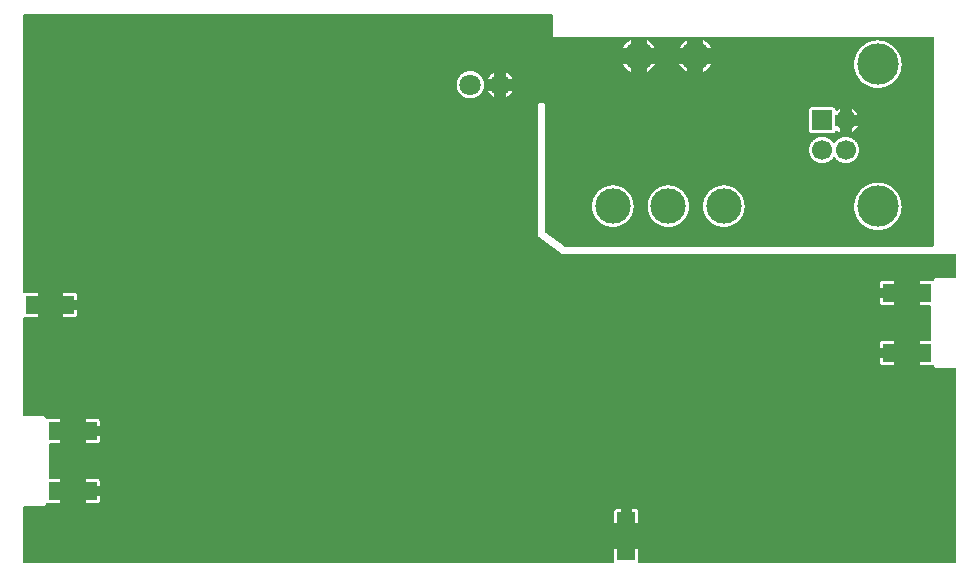
<source format=gbl>
G04 Layer: BottomLayer*
G04 EasyEDA v6.4.7, 2020-09-29T11:03:38+03:00*
G04 9486de1159244eee9c784153b90ba1e7,e225996ff9fb4a0db64c6d6541834e49,10*
G04 Gerber Generator version 0.2*
G04 Scale: 100 percent, Rotated: No, Reflected: No *
G04 Dimensions in millimeters *
G04 leading zeros omitted , absolute positions ,3 integer and 3 decimal *
%FSLAX33Y33*%
%MOMM*%
G90*
D02*

%ADD16C,0.839978*%
%ADD17C,0.639978*%
%ADD18R,4.064000X1.524000*%
%ADD33C,3.499866*%
%ADD34C,1.699997*%
%ADD35R,1.699997X1.699997*%
%ADD36C,2.999994*%
%ADD37C,2.499995*%
%ADD38C,1.799996*%

%LPD*%
G36*
G01X44983Y46733D02*
G01X358Y46733D01*
G01X343Y46732D01*
G01X329Y46729D01*
G01X315Y46724D01*
G01X303Y46717D01*
G01X291Y46708D01*
G01X281Y46698D01*
G01X272Y46686D01*
G01X265Y46674D01*
G01X260Y46660D01*
G01X257Y46646D01*
G01X256Y46631D01*
G01X256Y23215D01*
G01X257Y23201D01*
G01X260Y23186D01*
G01X265Y23173D01*
G01X272Y23160D01*
G01X281Y23149D01*
G01X291Y23138D01*
G01X303Y23130D01*
G01X315Y23123D01*
G01X329Y23118D01*
G01X343Y23115D01*
G01X358Y23114D01*
G01X477Y23114D01*
G01X508Y23116D01*
G01X1460Y23116D01*
G01X1460Y22542D01*
G01X609Y22542D01*
G01X595Y22541D01*
G01X580Y22538D01*
G01X567Y22533D01*
G01X554Y22526D01*
G01X543Y22517D01*
G01X532Y22507D01*
G01X524Y22495D01*
G01X517Y22483D01*
G01X512Y22469D01*
G01X509Y22455D01*
G01X508Y22440D01*
G01X508Y21755D01*
G01X509Y21740D01*
G01X512Y21726D01*
G01X517Y21712D01*
G01X524Y21700D01*
G01X532Y21688D01*
G01X543Y21678D01*
G01X554Y21669D01*
G01X567Y21662D01*
G01X580Y21657D01*
G01X595Y21654D01*
G01X609Y21653D01*
G01X1460Y21653D01*
G01X1460Y21079D01*
G01X508Y21079D01*
G01X477Y21081D01*
G01X465Y21082D01*
G01X358Y21082D01*
G01X343Y21080D01*
G01X329Y21077D01*
G01X315Y21072D01*
G01X303Y21065D01*
G01X291Y21057D01*
G01X281Y21046D01*
G01X272Y21035D01*
G01X265Y21022D01*
G01X260Y21009D01*
G01X257Y20994D01*
G01X256Y20980D01*
G01X256Y12803D01*
G01X257Y12788D01*
G01X260Y12774D01*
G01X265Y12760D01*
G01X272Y12748D01*
G01X281Y12736D01*
G01X291Y12726D01*
G01X303Y12717D01*
G01X315Y12710D01*
G01X329Y12705D01*
G01X343Y12702D01*
G01X358Y12701D01*
G01X1905Y12701D01*
G01X1928Y12700D01*
G01X1952Y12697D01*
G01X1975Y12691D01*
G01X1997Y12684D01*
G01X2018Y12675D01*
G01X2039Y12663D01*
G01X2058Y12650D01*
G01X2076Y12635D01*
G01X2093Y12619D01*
G01X2108Y12601D01*
G01X2122Y12582D01*
G01X2133Y12561D01*
G01X2143Y12540D01*
G01X2151Y12518D01*
G01X2156Y12504D01*
G01X2163Y12492D01*
G01X2172Y12480D01*
G01X2182Y12470D01*
G01X2193Y12462D01*
G01X2206Y12455D01*
G01X2220Y12450D01*
G01X2234Y12447D01*
G01X2248Y12446D01*
G01X2296Y12446D01*
G01X2312Y12447D01*
G01X2327Y12451D01*
G01X2355Y12458D01*
G01X2383Y12463D01*
G01X2412Y12464D01*
G01X3364Y12464D01*
G01X3364Y11874D01*
G01X2514Y11874D01*
G01X2500Y11873D01*
G01X2485Y11870D01*
G01X2472Y11865D01*
G01X2459Y11858D01*
G01X2448Y11849D01*
G01X2437Y11839D01*
G01X2429Y11827D01*
G01X2422Y11815D01*
G01X2417Y11801D01*
G01X2414Y11787D01*
G01X2413Y11772D01*
G01X2413Y11087D01*
G01X2414Y11072D01*
G01X2417Y11058D01*
G01X2422Y11044D01*
G01X2429Y11032D01*
G01X2437Y11020D01*
G01X2448Y11010D01*
G01X2459Y11001D01*
G01X2472Y10994D01*
G01X2485Y10989D01*
G01X2500Y10986D01*
G01X2514Y10985D01*
G01X3364Y10985D01*
G01X3364Y10395D01*
G01X2514Y10395D01*
G01X2500Y10394D01*
G01X2485Y10391D01*
G01X2472Y10386D01*
G01X2459Y10379D01*
G01X2448Y10370D01*
G01X2437Y10360D01*
G01X2429Y10348D01*
G01X2422Y10336D01*
G01X2417Y10322D01*
G01X2414Y10308D01*
G01X2413Y10293D01*
G01X2413Y7486D01*
G01X2414Y7471D01*
G01X2417Y7457D01*
G01X2422Y7443D01*
G01X2429Y7431D01*
G01X2437Y7419D01*
G01X2448Y7409D01*
G01X2459Y7400D01*
G01X2472Y7393D01*
G01X2485Y7388D01*
G01X2500Y7385D01*
G01X2514Y7384D01*
G01X3364Y7384D01*
G01X3364Y6794D01*
G01X2514Y6794D01*
G01X2500Y6793D01*
G01X2485Y6790D01*
G01X2472Y6785D01*
G01X2459Y6778D01*
G01X2448Y6769D01*
G01X2437Y6759D01*
G01X2429Y6747D01*
G01X2422Y6735D01*
G01X2417Y6721D01*
G01X2414Y6707D01*
G01X2413Y6692D01*
G01X2413Y6007D01*
G01X2414Y5992D01*
G01X2417Y5978D01*
G01X2422Y5964D01*
G01X2429Y5952D01*
G01X2437Y5940D01*
G01X2448Y5930D01*
G01X2459Y5921D01*
G01X2472Y5914D01*
G01X2485Y5909D01*
G01X2500Y5906D01*
G01X2514Y5905D01*
G01X3364Y5905D01*
G01X3364Y5315D01*
G01X2412Y5315D01*
G01X2383Y5317D01*
G01X2355Y5321D01*
G01X2327Y5328D01*
G01X2312Y5332D01*
G01X2296Y5334D01*
G01X2249Y5334D01*
G01X2234Y5332D01*
G01X2220Y5329D01*
G01X2207Y5324D01*
G01X2194Y5317D01*
G01X2182Y5309D01*
G01X2172Y5298D01*
G01X2163Y5287D01*
G01X2156Y5274D01*
G01X2151Y5260D01*
G01X2144Y5238D01*
G01X2134Y5217D01*
G01X2122Y5196D01*
G01X2109Y5177D01*
G01X2094Y5159D01*
G01X2077Y5142D01*
G01X2059Y5127D01*
G01X2039Y5114D01*
G01X2019Y5103D01*
G01X1997Y5093D01*
G01X1975Y5086D01*
G01X1952Y5080D01*
G01X1929Y5077D01*
G01X1905Y5076D01*
G01X358Y5076D01*
G01X344Y5075D01*
G01X329Y5072D01*
G01X316Y5067D01*
G01X303Y5060D01*
G01X292Y5051D01*
G01X281Y5041D01*
G01X273Y5029D01*
G01X266Y5017D01*
G01X261Y5003D01*
G01X258Y4989D01*
G01X257Y4974D01*
G01X256Y4343D01*
G01X256Y358D01*
G01X257Y343D01*
G01X260Y329D01*
G01X265Y315D01*
G01X272Y303D01*
G01X281Y291D01*
G01X291Y281D01*
G01X303Y272D01*
G01X315Y265D01*
G01X329Y260D01*
G01X343Y257D01*
G01X358Y256D01*
G01X50190Y256D01*
G01X50204Y257D01*
G01X50219Y260D01*
G01X50232Y265D01*
G01X50245Y272D01*
G01X50256Y281D01*
G01X50267Y291D01*
G01X50275Y303D01*
G01X50282Y315D01*
G01X50287Y329D01*
G01X50290Y343D01*
G01X50292Y358D01*
G01X50292Y465D01*
G01X50291Y477D01*
G01X50289Y508D01*
G01X50289Y1460D01*
G01X50863Y1460D01*
G01X50863Y609D01*
G01X50864Y595D01*
G01X50867Y580D01*
G01X50872Y567D01*
G01X50879Y554D01*
G01X50888Y543D01*
G01X50898Y532D01*
G01X50910Y524D01*
G01X50922Y517D01*
G01X50936Y512D01*
G01X50950Y509D01*
G01X50965Y508D01*
G01X51650Y508D01*
G01X51665Y509D01*
G01X51679Y512D01*
G01X51693Y517D01*
G01X51705Y524D01*
G01X51717Y532D01*
G01X51727Y543D01*
G01X51736Y554D01*
G01X51743Y567D01*
G01X51748Y580D01*
G01X51751Y595D01*
G01X51752Y609D01*
G01X51752Y1460D01*
G01X52326Y1460D01*
G01X52326Y508D01*
G01X52324Y477D01*
G01X52324Y358D01*
G01X52325Y343D01*
G01X52328Y329D01*
G01X52333Y315D01*
G01X52340Y303D01*
G01X52348Y291D01*
G01X52359Y281D01*
G01X52370Y272D01*
G01X52383Y265D01*
G01X52396Y260D01*
G01X52411Y257D01*
G01X52425Y256D01*
G01X79143Y256D01*
G01X79158Y257D01*
G01X79172Y260D01*
G01X79186Y265D01*
G01X79198Y272D01*
G01X79210Y281D01*
G01X79220Y291D01*
G01X79229Y303D01*
G01X79236Y315D01*
G01X79241Y329D01*
G01X79244Y343D01*
G01X79245Y358D01*
G01X79245Y15519D01*
G01X79244Y15533D01*
G01X79241Y15548D01*
G01X79237Y15557D01*
G01X79241Y15566D01*
G01X79244Y15581D01*
G01X79245Y15595D01*
G01X79245Y15622D01*
G01X79246Y15639D01*
G01X79246Y16660D01*
G01X79245Y16675D01*
G01X79242Y16689D01*
G01X79237Y16703D01*
G01X79230Y16715D01*
G01X79221Y16727D01*
G01X79211Y16737D01*
G01X79199Y16746D01*
G01X79186Y16753D01*
G01X79173Y16758D01*
G01X79159Y16761D01*
G01X79144Y16762D01*
G01X77597Y16762D01*
G01X77574Y16763D01*
G01X77551Y16766D01*
G01X77528Y16772D01*
G01X77506Y16779D01*
G01X77484Y16788D01*
G01X77464Y16800D01*
G01X77444Y16813D01*
G01X77426Y16828D01*
G01X77409Y16844D01*
G01X77394Y16862D01*
G01X77381Y16881D01*
G01X77369Y16902D01*
G01X77359Y16923D01*
G01X77352Y16945D01*
G01X77346Y16959D01*
G01X77340Y16971D01*
G01X77331Y16983D01*
G01X77321Y16993D01*
G01X77309Y17001D01*
G01X77296Y17008D01*
G01X77283Y17013D01*
G01X77269Y17016D01*
G01X77254Y17018D01*
G01X77206Y17018D01*
G01X77190Y17016D01*
G01X77175Y17012D01*
G01X77147Y17005D01*
G01X77119Y17000D01*
G01X77090Y16999D01*
G01X76137Y16999D01*
G01X76137Y17589D01*
G01X76987Y17589D01*
G01X77001Y17590D01*
G01X77016Y17593D01*
G01X77029Y17598D01*
G01X77042Y17605D01*
G01X77053Y17614D01*
G01X77064Y17624D01*
G01X77072Y17636D01*
G01X77079Y17648D01*
G01X77084Y17662D01*
G01X77087Y17676D01*
G01X77089Y17691D01*
G01X77089Y18376D01*
G01X77087Y18391D01*
G01X77084Y18405D01*
G01X77079Y18419D01*
G01X77072Y18431D01*
G01X77064Y18443D01*
G01X77053Y18453D01*
G01X77042Y18462D01*
G01X77029Y18469D01*
G01X77016Y18474D01*
G01X77001Y18477D01*
G01X76987Y18478D01*
G01X76137Y18478D01*
G01X76137Y19068D01*
G01X76987Y19068D01*
G01X77001Y19069D01*
G01X77016Y19072D01*
G01X77029Y19077D01*
G01X77042Y19084D01*
G01X77053Y19093D01*
G01X77064Y19103D01*
G01X77072Y19115D01*
G01X77079Y19127D01*
G01X77084Y19141D01*
G01X77087Y19155D01*
G01X77089Y19170D01*
G01X77089Y21977D01*
G01X77087Y21992D01*
G01X77084Y22006D01*
G01X77079Y22020D01*
G01X77072Y22032D01*
G01X77064Y22044D01*
G01X77053Y22054D01*
G01X77042Y22063D01*
G01X77029Y22070D01*
G01X77016Y22075D01*
G01X77001Y22078D01*
G01X76987Y22079D01*
G01X76137Y22079D01*
G01X76137Y22669D01*
G01X76987Y22669D01*
G01X77001Y22670D01*
G01X77016Y22673D01*
G01X77029Y22678D01*
G01X77042Y22685D01*
G01X77053Y22694D01*
G01X77064Y22704D01*
G01X77072Y22716D01*
G01X77079Y22728D01*
G01X77084Y22742D01*
G01X77087Y22756D01*
G01X77089Y22771D01*
G01X77089Y23456D01*
G01X77087Y23471D01*
G01X77084Y23485D01*
G01X77079Y23499D01*
G01X77072Y23511D01*
G01X77064Y23523D01*
G01X77053Y23533D01*
G01X77042Y23542D01*
G01X77029Y23549D01*
G01X77016Y23554D01*
G01X77001Y23557D01*
G01X76987Y23558D01*
G01X76137Y23558D01*
G01X76137Y24148D01*
G01X77090Y24148D01*
G01X77118Y24147D01*
G01X77147Y24142D01*
G01X77175Y24135D01*
G01X77190Y24131D01*
G01X77206Y24130D01*
G01X77254Y24130D01*
G01X77268Y24131D01*
G01X77282Y24134D01*
G01X77296Y24139D01*
G01X77309Y24146D01*
G01X77320Y24154D01*
G01X77330Y24165D01*
G01X77339Y24176D01*
G01X77346Y24189D01*
G01X77351Y24203D01*
G01X77359Y24225D01*
G01X77368Y24246D01*
G01X77380Y24267D01*
G01X77393Y24286D01*
G01X77409Y24304D01*
G01X77425Y24321D01*
G01X77444Y24336D01*
G01X77463Y24349D01*
G01X77484Y24361D01*
G01X77505Y24370D01*
G01X77528Y24377D01*
G01X77551Y24383D01*
G01X77574Y24386D01*
G01X77597Y24387D01*
G01X79144Y24387D01*
G01X79159Y24388D01*
G01X79173Y24391D01*
G01X79186Y24396D01*
G01X79199Y24403D01*
G01X79211Y24412D01*
G01X79221Y24422D01*
G01X79230Y24434D01*
G01X79237Y24446D01*
G01X79242Y24460D01*
G01X79245Y24474D01*
G01X79246Y24489D01*
G01X79246Y26311D01*
G01X79245Y26326D01*
G01X79242Y26340D01*
G01X79237Y26354D01*
G01X79230Y26366D01*
G01X79221Y26378D01*
G01X79211Y26388D01*
G01X79199Y26397D01*
G01X79186Y26404D01*
G01X79173Y26409D01*
G01X79159Y26412D01*
G01X79144Y26413D01*
G01X45974Y26413D01*
G01X45950Y26414D01*
G01X45927Y26417D01*
G01X45905Y26422D01*
G01X45883Y26430D01*
G01X45861Y26439D01*
G01X45841Y26450D01*
G01X45822Y26463D01*
G01X43917Y27860D01*
G01X43898Y27875D01*
G01X43881Y27892D01*
G01X43865Y27910D01*
G01X43852Y27930D01*
G01X43840Y27951D01*
G01X43830Y27972D01*
G01X43822Y27995D01*
G01X43816Y28019D01*
G01X43813Y28042D01*
G01X43812Y28067D01*
G01X43812Y38989D01*
G01X43813Y39012D01*
G01X43816Y39036D01*
G01X43822Y39059D01*
G01X43829Y39081D01*
G01X43839Y39103D01*
G01X43850Y39124D01*
G01X43864Y39143D01*
G01X43879Y39161D01*
G01X43896Y39178D01*
G01X43914Y39193D01*
G01X43933Y39207D01*
G01X43954Y39218D01*
G01X43976Y39228D01*
G01X43998Y39235D01*
G01X44021Y39241D01*
G01X44045Y39244D01*
G01X44069Y39245D01*
G01X44196Y39245D01*
G01X44219Y39244D01*
G01X44243Y39241D01*
G01X44266Y39235D01*
G01X44288Y39228D01*
G01X44310Y39218D01*
G01X44331Y39207D01*
G01X44350Y39193D01*
G01X44368Y39178D01*
G01X44385Y39161D01*
G01X44400Y39143D01*
G01X44414Y39124D01*
G01X44425Y39103D01*
G01X44435Y39081D01*
G01X44442Y39059D01*
G01X44448Y39036D01*
G01X44451Y39012D01*
G01X44452Y38989D01*
G01X44452Y28251D01*
G01X44453Y28235D01*
G01X44457Y28219D01*
G01X44463Y28204D01*
G01X44472Y28191D01*
G01X44482Y28178D01*
G01X44495Y28168D01*
G01X46029Y27072D01*
G01X46043Y27064D01*
G01X46057Y27058D01*
G01X46073Y27054D01*
G01X46088Y27053D01*
G01X77241Y27053D01*
G01X77255Y27054D01*
G01X77270Y27057D01*
G01X77283Y27062D01*
G01X77296Y27069D01*
G01X77307Y27078D01*
G01X77318Y27088D01*
G01X77326Y27100D01*
G01X77333Y27112D01*
G01X77338Y27126D01*
G01X77341Y27140D01*
G01X77343Y27155D01*
G01X77343Y44729D01*
G01X77341Y44743D01*
G01X77338Y44758D01*
G01X77333Y44771D01*
G01X77326Y44784D01*
G01X77318Y44795D01*
G01X77307Y44806D01*
G01X77296Y44814D01*
G01X77283Y44821D01*
G01X77270Y44826D01*
G01X77255Y44829D01*
G01X77241Y44831D01*
G01X45085Y44831D01*
G01X45085Y46631D01*
G01X45083Y46646D01*
G01X45080Y46660D01*
G01X45075Y46674D01*
G01X45068Y46686D01*
G01X45060Y46698D01*
G01X45049Y46708D01*
G01X45038Y46717D01*
G01X45025Y46724D01*
G01X45012Y46729D01*
G01X44997Y46732D01*
G01X44983Y46733D01*
G37*

%LPC*%
G36*
G01X72667Y44509D02*
G01X72603Y44510D01*
G01X72539Y44509D01*
G01X72474Y44506D01*
G01X72410Y44501D01*
G01X72346Y44494D01*
G01X72283Y44485D01*
G01X72219Y44473D01*
G01X72156Y44460D01*
G01X72094Y44445D01*
G01X72032Y44427D01*
G01X71971Y44408D01*
G01X71910Y44387D01*
G01X71850Y44364D01*
G01X71791Y44339D01*
G01X71732Y44312D01*
G01X71675Y44283D01*
G01X71618Y44252D01*
G01X71563Y44220D01*
G01X71508Y44185D01*
G01X71455Y44150D01*
G01X71403Y44112D01*
G01X71352Y44073D01*
G01X71302Y44032D01*
G01X71254Y43989D01*
G01X71207Y43945D01*
G01X71162Y43900D01*
G01X71118Y43853D01*
G01X71075Y43805D01*
G01X71034Y43755D01*
G01X70995Y43704D01*
G01X70957Y43652D01*
G01X70921Y43598D01*
G01X70887Y43544D01*
G01X70855Y43488D01*
G01X70824Y43432D01*
G01X70795Y43374D01*
G01X70768Y43316D01*
G01X70743Y43257D01*
G01X70720Y43197D01*
G01X70699Y43136D01*
G01X70679Y43075D01*
G01X70662Y43013D01*
G01X70647Y42950D01*
G01X70633Y42887D01*
G01X70622Y42824D01*
G01X70613Y42760D01*
G01X70606Y42697D01*
G01X70601Y42632D01*
G01X70597Y42568D01*
G01X70596Y42504D01*
G01X70597Y42440D01*
G01X70601Y42375D01*
G01X70606Y42311D01*
G01X70613Y42247D01*
G01X70622Y42184D01*
G01X70633Y42120D01*
G01X70647Y42057D01*
G01X70662Y41995D01*
G01X70679Y41933D01*
G01X70699Y41872D01*
G01X70720Y41811D01*
G01X70743Y41751D01*
G01X70768Y41692D01*
G01X70795Y41633D01*
G01X70824Y41576D01*
G01X70855Y41519D01*
G01X70887Y41464D01*
G01X70921Y41409D01*
G01X70957Y41356D01*
G01X70995Y41304D01*
G01X71034Y41253D01*
G01X71075Y41203D01*
G01X71118Y41155D01*
G01X71162Y41108D01*
G01X71207Y41063D01*
G01X71254Y41019D01*
G01X71302Y40976D01*
G01X71352Y40935D01*
G01X71403Y40896D01*
G01X71455Y40858D01*
G01X71508Y40822D01*
G01X71563Y40788D01*
G01X71618Y40756D01*
G01X71675Y40725D01*
G01X71732Y40696D01*
G01X71791Y40669D01*
G01X71850Y40644D01*
G01X71910Y40621D01*
G01X71971Y40600D01*
G01X72032Y40580D01*
G01X72094Y40563D01*
G01X72156Y40548D01*
G01X72219Y40534D01*
G01X72283Y40523D01*
G01X72346Y40514D01*
G01X72410Y40507D01*
G01X72474Y40502D01*
G01X72539Y40498D01*
G01X72603Y40497D01*
G01X72667Y40498D01*
G01X72731Y40502D01*
G01X72796Y40507D01*
G01X72859Y40514D01*
G01X72923Y40523D01*
G01X72986Y40534D01*
G01X73049Y40548D01*
G01X73112Y40563D01*
G01X73174Y40580D01*
G01X73235Y40600D01*
G01X73296Y40621D01*
G01X73356Y40644D01*
G01X73415Y40669D01*
G01X73473Y40696D01*
G01X73531Y40725D01*
G01X73587Y40756D01*
G01X73643Y40788D01*
G01X73697Y40822D01*
G01X73751Y40858D01*
G01X73803Y40896D01*
G01X73854Y40935D01*
G01X73904Y40976D01*
G01X73952Y41019D01*
G01X73999Y41063D01*
G01X74044Y41108D01*
G01X74088Y41155D01*
G01X74131Y41203D01*
G01X74172Y41253D01*
G01X74211Y41304D01*
G01X74249Y41356D01*
G01X74284Y41409D01*
G01X74319Y41464D01*
G01X74351Y41519D01*
G01X74382Y41576D01*
G01X74411Y41633D01*
G01X74438Y41692D01*
G01X74463Y41751D01*
G01X74486Y41811D01*
G01X74507Y41872D01*
G01X74526Y41933D01*
G01X74544Y41995D01*
G01X74559Y42057D01*
G01X74572Y42120D01*
G01X74584Y42184D01*
G01X74593Y42247D01*
G01X74600Y42311D01*
G01X74605Y42375D01*
G01X74608Y42440D01*
G01X74609Y42504D01*
G01X74608Y42568D01*
G01X74605Y42632D01*
G01X74600Y42697D01*
G01X74593Y42760D01*
G01X74584Y42824D01*
G01X74572Y42887D01*
G01X74559Y42950D01*
G01X74544Y43013D01*
G01X74526Y43075D01*
G01X74507Y43136D01*
G01X74486Y43197D01*
G01X74463Y43257D01*
G01X74438Y43316D01*
G01X74411Y43374D01*
G01X74382Y43432D01*
G01X74351Y43488D01*
G01X74319Y43544D01*
G01X74249Y43652D01*
G01X74211Y43704D01*
G01X74172Y43755D01*
G01X74131Y43805D01*
G01X74088Y43853D01*
G01X74044Y43900D01*
G01X73999Y43945D01*
G01X73952Y43989D01*
G01X73904Y44032D01*
G01X73854Y44073D01*
G01X73803Y44112D01*
G01X73751Y44150D01*
G01X73643Y44220D01*
G01X73587Y44252D01*
G01X73531Y44283D01*
G01X73473Y44312D01*
G01X73415Y44339D01*
G01X73356Y44364D01*
G01X73296Y44387D01*
G01X73235Y44408D01*
G01X73174Y44427D01*
G01X73112Y44445D01*
G01X73049Y44460D01*
G01X72986Y44473D01*
G01X72923Y44485D01*
G01X72859Y44494D01*
G01X72796Y44501D01*
G01X72731Y44506D01*
G01X72667Y44509D01*
G37*
G36*
G01X72667Y32470D02*
G01X72603Y32471D01*
G01X72539Y32470D01*
G01X72474Y32467D01*
G01X72410Y32461D01*
G01X72346Y32454D01*
G01X72283Y32445D01*
G01X72219Y32434D01*
G01X72156Y32420D01*
G01X72094Y32405D01*
G01X72032Y32388D01*
G01X71971Y32369D01*
G01X71910Y32347D01*
G01X71850Y32324D01*
G01X71791Y32299D01*
G01X71732Y32272D01*
G01X71675Y32243D01*
G01X71618Y32213D01*
G01X71563Y32180D01*
G01X71508Y32146D01*
G01X71455Y32110D01*
G01X71403Y32072D01*
G01X71352Y32033D01*
G01X71302Y31992D01*
G01X71254Y31950D01*
G01X71207Y31906D01*
G01X71162Y31860D01*
G01X71118Y31813D01*
G01X71075Y31765D01*
G01X71034Y31715D01*
G01X70995Y31664D01*
G01X70957Y31612D01*
G01X70921Y31559D01*
G01X70887Y31504D01*
G01X70855Y31449D01*
G01X70824Y31392D01*
G01X70795Y31335D01*
G01X70768Y31276D01*
G01X70743Y31217D01*
G01X70720Y31157D01*
G01X70699Y31097D01*
G01X70679Y31035D01*
G01X70662Y30973D01*
G01X70647Y30911D01*
G01X70633Y30848D01*
G01X70622Y30785D01*
G01X70613Y30721D01*
G01X70606Y30657D01*
G01X70601Y30593D01*
G01X70597Y30529D01*
G01X70596Y30464D01*
G01X70597Y30400D01*
G01X70601Y30336D01*
G01X70606Y30272D01*
G01X70613Y30208D01*
G01X70622Y30144D01*
G01X70633Y30081D01*
G01X70647Y30018D01*
G01X70662Y29955D01*
G01X70679Y29893D01*
G01X70699Y29832D01*
G01X70720Y29771D01*
G01X70743Y29711D01*
G01X70768Y29652D01*
G01X70795Y29594D01*
G01X70824Y29536D01*
G01X70855Y29480D01*
G01X70887Y29424D01*
G01X70921Y29370D01*
G01X70957Y29316D01*
G01X70995Y29264D01*
G01X71034Y29213D01*
G01X71075Y29164D01*
G01X71118Y29115D01*
G01X71162Y29068D01*
G01X71207Y29023D01*
G01X71254Y28979D01*
G01X71302Y28936D01*
G01X71352Y28896D01*
G01X71403Y28856D01*
G01X71455Y28819D01*
G01X71508Y28783D01*
G01X71563Y28748D01*
G01X71618Y28716D01*
G01X71675Y28685D01*
G01X71732Y28656D01*
G01X71850Y28604D01*
G01X71910Y28581D01*
G01X71971Y28560D01*
G01X72032Y28541D01*
G01X72094Y28523D01*
G01X72156Y28508D01*
G01X72219Y28495D01*
G01X72283Y28484D01*
G01X72346Y28474D01*
G01X72410Y28467D01*
G01X72474Y28462D01*
G01X72539Y28459D01*
G01X72603Y28458D01*
G01X72667Y28459D01*
G01X72731Y28462D01*
G01X72796Y28467D01*
G01X72859Y28474D01*
G01X72923Y28484D01*
G01X72986Y28495D01*
G01X73049Y28508D01*
G01X73112Y28523D01*
G01X73174Y28541D01*
G01X73235Y28560D01*
G01X73296Y28581D01*
G01X73356Y28604D01*
G01X73415Y28630D01*
G01X73473Y28656D01*
G01X73531Y28685D01*
G01X73587Y28716D01*
G01X73643Y28748D01*
G01X73697Y28783D01*
G01X73751Y28819D01*
G01X73803Y28856D01*
G01X73854Y28896D01*
G01X73904Y28936D01*
G01X73952Y28979D01*
G01X73999Y29023D01*
G01X74044Y29068D01*
G01X74088Y29115D01*
G01X74131Y29164D01*
G01X74172Y29213D01*
G01X74211Y29264D01*
G01X74249Y29316D01*
G01X74319Y29424D01*
G01X74351Y29480D01*
G01X74382Y29536D01*
G01X74411Y29594D01*
G01X74438Y29652D01*
G01X74463Y29711D01*
G01X74486Y29771D01*
G01X74507Y29832D01*
G01X74526Y29893D01*
G01X74544Y29955D01*
G01X74559Y30018D01*
G01X74572Y30081D01*
G01X74584Y30144D01*
G01X74593Y30208D01*
G01X74600Y30272D01*
G01X74605Y30336D01*
G01X74608Y30400D01*
G01X74609Y30464D01*
G01X74608Y30529D01*
G01X74605Y30593D01*
G01X74600Y30657D01*
G01X74593Y30721D01*
G01X74584Y30785D01*
G01X74572Y30848D01*
G01X74559Y30911D01*
G01X74544Y30973D01*
G01X74526Y31035D01*
G01X74507Y31097D01*
G01X74486Y31157D01*
G01X74463Y31217D01*
G01X74438Y31276D01*
G01X74411Y31335D01*
G01X74382Y31392D01*
G01X74351Y31449D01*
G01X74319Y31504D01*
G01X74284Y31559D01*
G01X74249Y31612D01*
G01X74211Y31664D01*
G01X74172Y31715D01*
G01X74131Y31765D01*
G01X74088Y31813D01*
G01X74044Y31860D01*
G01X73999Y31906D01*
G01X73952Y31950D01*
G01X73904Y31992D01*
G01X73854Y32033D01*
G01X73803Y32072D01*
G01X73751Y32110D01*
G01X73697Y32146D01*
G01X73643Y32180D01*
G01X73587Y32213D01*
G01X73531Y32243D01*
G01X73473Y32272D01*
G01X73415Y32299D01*
G01X73356Y32324D01*
G01X73296Y32347D01*
G01X73235Y32369D01*
G01X73174Y32388D01*
G01X73112Y32405D01*
G01X73049Y32420D01*
G01X72986Y32434D01*
G01X72923Y32445D01*
G01X72859Y32454D01*
G01X72796Y32461D01*
G01X72731Y32467D01*
G01X72667Y32470D01*
G37*
G36*
G01X54923Y32240D02*
G01X54863Y32241D01*
G01X54803Y32240D01*
G01X54743Y32237D01*
G01X54684Y32232D01*
G01X54624Y32225D01*
G01X54565Y32216D01*
G01X54506Y32204D01*
G01X54447Y32191D01*
G01X54389Y32176D01*
G01X54332Y32159D01*
G01X54275Y32140D01*
G01X54219Y32119D01*
G01X54164Y32096D01*
G01X54109Y32071D01*
G01X54055Y32044D01*
G01X54002Y32016D01*
G01X53951Y31985D01*
G01X53900Y31953D01*
G01X53850Y31920D01*
G01X53802Y31884D01*
G01X53755Y31847D01*
G01X53709Y31809D01*
G01X53664Y31768D01*
G01X53621Y31727D01*
G01X53580Y31684D01*
G01X53539Y31639D01*
G01X53501Y31593D01*
G01X53464Y31546D01*
G01X53428Y31498D01*
G01X53395Y31448D01*
G01X53363Y31397D01*
G01X53332Y31345D01*
G01X53304Y31293D01*
G01X53277Y31239D01*
G01X53252Y31184D01*
G01X53229Y31129D01*
G01X53208Y31073D01*
G01X53189Y31016D01*
G01X53172Y30958D01*
G01X53157Y30900D01*
G01X53144Y30842D01*
G01X53132Y30783D01*
G01X53123Y30724D01*
G01X53116Y30664D01*
G01X53111Y30604D01*
G01X53108Y30545D01*
G01X53107Y30485D01*
G01X53108Y30425D01*
G01X53111Y30365D01*
G01X53116Y30305D01*
G01X53123Y30245D01*
G01X53132Y30186D01*
G01X53144Y30127D01*
G01X53157Y30069D01*
G01X53172Y30011D01*
G01X53189Y29953D01*
G01X53208Y29896D01*
G01X53229Y29840D01*
G01X53252Y29785D01*
G01X53277Y29730D01*
G01X53304Y29676D01*
G01X53332Y29624D01*
G01X53363Y29572D01*
G01X53395Y29521D01*
G01X53428Y29472D01*
G01X53464Y29423D01*
G01X53501Y29376D01*
G01X53539Y29330D01*
G01X53580Y29286D01*
G01X53621Y29243D01*
G01X53664Y29201D01*
G01X53709Y29161D01*
G01X53755Y29122D01*
G01X53802Y29085D01*
G01X53850Y29050D01*
G01X53900Y29016D01*
G01X53951Y28984D01*
G01X54002Y28953D01*
G01X54055Y28925D01*
G01X54109Y28898D01*
G01X54164Y28873D01*
G01X54219Y28851D01*
G01X54275Y28829D01*
G01X54332Y28810D01*
G01X54389Y28793D01*
G01X54447Y28778D01*
G01X54506Y28765D01*
G01X54565Y28754D01*
G01X54624Y28744D01*
G01X54684Y28737D01*
G01X54743Y28732D01*
G01X54803Y28729D01*
G01X54863Y28728D01*
G01X54923Y28729D01*
G01X54983Y28732D01*
G01X55043Y28737D01*
G01X55103Y28744D01*
G01X55162Y28754D01*
G01X55221Y28765D01*
G01X55279Y28778D01*
G01X55337Y28793D01*
G01X55395Y28810D01*
G01X55452Y28829D01*
G01X55508Y28851D01*
G01X55563Y28873D01*
G01X55618Y28898D01*
G01X55671Y28925D01*
G01X55724Y28953D01*
G01X55776Y28984D01*
G01X55827Y29016D01*
G01X55876Y29050D01*
G01X55925Y29085D01*
G01X55972Y29122D01*
G01X56018Y29161D01*
G01X56062Y29201D01*
G01X56105Y29243D01*
G01X56147Y29286D01*
G01X56187Y29330D01*
G01X56226Y29376D01*
G01X56263Y29423D01*
G01X56298Y29472D01*
G01X56332Y29521D01*
G01X56364Y29572D01*
G01X56394Y29624D01*
G01X56423Y29676D01*
G01X56450Y29730D01*
G01X56474Y29785D01*
G01X56497Y29840D01*
G01X56518Y29896D01*
G01X56538Y29953D01*
G01X56555Y30011D01*
G01X56570Y30069D01*
G01X56583Y30127D01*
G01X56594Y30186D01*
G01X56604Y30245D01*
G01X56611Y30305D01*
G01X56616Y30365D01*
G01X56619Y30425D01*
G01X56620Y30485D01*
G01X56619Y30545D01*
G01X56616Y30604D01*
G01X56611Y30664D01*
G01X56604Y30724D01*
G01X56594Y30783D01*
G01X56583Y30842D01*
G01X56570Y30900D01*
G01X56555Y30958D01*
G01X56538Y31016D01*
G01X56518Y31073D01*
G01X56497Y31129D01*
G01X56474Y31184D01*
G01X56450Y31239D01*
G01X56423Y31293D01*
G01X56394Y31345D01*
G01X56364Y31397D01*
G01X56332Y31448D01*
G01X56298Y31498D01*
G01X56263Y31546D01*
G01X56226Y31593D01*
G01X56187Y31639D01*
G01X56147Y31684D01*
G01X56105Y31727D01*
G01X56062Y31768D01*
G01X56018Y31809D01*
G01X55972Y31847D01*
G01X55925Y31884D01*
G01X55876Y31920D01*
G01X55827Y31953D01*
G01X55776Y31985D01*
G01X55724Y32016D01*
G01X55671Y32044D01*
G01X55618Y32071D01*
G01X55563Y32096D01*
G01X55508Y32119D01*
G01X55452Y32140D01*
G01X55395Y32159D01*
G01X55337Y32176D01*
G01X55279Y32191D01*
G01X55221Y32204D01*
G01X55162Y32216D01*
G01X55103Y32225D01*
G01X55043Y32232D01*
G01X54983Y32237D01*
G01X54923Y32240D01*
G37*
G36*
G01X59622Y32240D02*
G01X59562Y32241D01*
G01X59502Y32240D01*
G01X59442Y32237D01*
G01X59383Y32232D01*
G01X59323Y32225D01*
G01X59264Y32216D01*
G01X59205Y32204D01*
G01X59146Y32191D01*
G01X59088Y32176D01*
G01X59031Y32159D01*
G01X58974Y32140D01*
G01X58918Y32119D01*
G01X58863Y32096D01*
G01X58808Y32071D01*
G01X58754Y32044D01*
G01X58701Y32016D01*
G01X58650Y31985D01*
G01X58599Y31953D01*
G01X58549Y31920D01*
G01X58501Y31884D01*
G01X58454Y31847D01*
G01X58408Y31809D01*
G01X58363Y31768D01*
G01X58320Y31727D01*
G01X58279Y31684D01*
G01X58238Y31639D01*
G01X58200Y31593D01*
G01X58163Y31546D01*
G01X58127Y31498D01*
G01X58094Y31448D01*
G01X58062Y31397D01*
G01X58031Y31345D01*
G01X58003Y31293D01*
G01X57976Y31239D01*
G01X57951Y31184D01*
G01X57928Y31129D01*
G01X57907Y31073D01*
G01X57888Y31016D01*
G01X57871Y30958D01*
G01X57856Y30900D01*
G01X57843Y30842D01*
G01X57831Y30783D01*
G01X57822Y30724D01*
G01X57815Y30664D01*
G01X57810Y30604D01*
G01X57807Y30545D01*
G01X57806Y30485D01*
G01X57807Y30425D01*
G01X57810Y30365D01*
G01X57815Y30305D01*
G01X57822Y30245D01*
G01X57831Y30186D01*
G01X57843Y30127D01*
G01X57856Y30069D01*
G01X57871Y30011D01*
G01X57888Y29953D01*
G01X57907Y29896D01*
G01X57928Y29840D01*
G01X57951Y29785D01*
G01X57976Y29730D01*
G01X58003Y29676D01*
G01X58031Y29624D01*
G01X58062Y29572D01*
G01X58094Y29521D01*
G01X58127Y29472D01*
G01X58163Y29423D01*
G01X58200Y29376D01*
G01X58238Y29330D01*
G01X58279Y29286D01*
G01X58320Y29243D01*
G01X58363Y29201D01*
G01X58408Y29161D01*
G01X58454Y29122D01*
G01X58501Y29085D01*
G01X58549Y29050D01*
G01X58599Y29016D01*
G01X58650Y28984D01*
G01X58701Y28953D01*
G01X58754Y28925D01*
G01X58808Y28898D01*
G01X58863Y28873D01*
G01X58918Y28851D01*
G01X58974Y28829D01*
G01X59031Y28810D01*
G01X59088Y28793D01*
G01X59146Y28778D01*
G01X59205Y28765D01*
G01X59264Y28754D01*
G01X59323Y28744D01*
G01X59383Y28737D01*
G01X59442Y28732D01*
G01X59502Y28729D01*
G01X59562Y28728D01*
G01X59622Y28729D01*
G01X59682Y28732D01*
G01X59742Y28737D01*
G01X59802Y28744D01*
G01X59861Y28754D01*
G01X59920Y28765D01*
G01X59978Y28778D01*
G01X60036Y28793D01*
G01X60094Y28810D01*
G01X60151Y28829D01*
G01X60207Y28851D01*
G01X60262Y28873D01*
G01X60317Y28898D01*
G01X60370Y28925D01*
G01X60423Y28953D01*
G01X60475Y28984D01*
G01X60526Y29016D01*
G01X60575Y29050D01*
G01X60624Y29085D01*
G01X60671Y29122D01*
G01X60717Y29161D01*
G01X60761Y29201D01*
G01X60804Y29243D01*
G01X60846Y29286D01*
G01X60886Y29330D01*
G01X60925Y29376D01*
G01X60962Y29423D01*
G01X60997Y29472D01*
G01X61031Y29521D01*
G01X61063Y29572D01*
G01X61093Y29624D01*
G01X61122Y29676D01*
G01X61149Y29730D01*
G01X61173Y29785D01*
G01X61196Y29840D01*
G01X61217Y29896D01*
G01X61237Y29953D01*
G01X61254Y30011D01*
G01X61269Y30069D01*
G01X61282Y30127D01*
G01X61293Y30186D01*
G01X61303Y30245D01*
G01X61310Y30305D01*
G01X61315Y30365D01*
G01X61318Y30425D01*
G01X61319Y30485D01*
G01X61318Y30545D01*
G01X61315Y30604D01*
G01X61310Y30664D01*
G01X61303Y30724D01*
G01X61293Y30783D01*
G01X61282Y30842D01*
G01X61269Y30900D01*
G01X61254Y30958D01*
G01X61237Y31016D01*
G01X61217Y31073D01*
G01X61196Y31129D01*
G01X61173Y31184D01*
G01X61149Y31239D01*
G01X61122Y31293D01*
G01X61093Y31345D01*
G01X61063Y31397D01*
G01X61031Y31448D01*
G01X60997Y31498D01*
G01X60962Y31546D01*
G01X60925Y31593D01*
G01X60886Y31639D01*
G01X60846Y31684D01*
G01X60804Y31727D01*
G01X60761Y31768D01*
G01X60717Y31809D01*
G01X60671Y31847D01*
G01X60624Y31884D01*
G01X60575Y31920D01*
G01X60526Y31953D01*
G01X60475Y31985D01*
G01X60423Y32016D01*
G01X60370Y32044D01*
G01X60317Y32071D01*
G01X60262Y32096D01*
G01X60207Y32119D01*
G01X60151Y32140D01*
G01X60094Y32159D01*
G01X60036Y32176D01*
G01X59978Y32191D01*
G01X59920Y32204D01*
G01X59861Y32216D01*
G01X59802Y32225D01*
G01X59742Y32232D01*
G01X59682Y32237D01*
G01X59622Y32240D01*
G37*
G36*
G01X50224Y32240D02*
G01X50164Y32241D01*
G01X50104Y32240D01*
G01X50044Y32237D01*
G01X49985Y32232D01*
G01X49925Y32225D01*
G01X49866Y32216D01*
G01X49807Y32204D01*
G01X49748Y32191D01*
G01X49690Y32176D01*
G01X49633Y32159D01*
G01X49576Y32140D01*
G01X49520Y32119D01*
G01X49465Y32096D01*
G01X49410Y32071D01*
G01X49356Y32044D01*
G01X49303Y32016D01*
G01X49252Y31985D01*
G01X49201Y31953D01*
G01X49151Y31920D01*
G01X49103Y31884D01*
G01X49056Y31847D01*
G01X49010Y31809D01*
G01X48965Y31768D01*
G01X48922Y31727D01*
G01X48881Y31684D01*
G01X48840Y31639D01*
G01X48802Y31593D01*
G01X48765Y31546D01*
G01X48729Y31498D01*
G01X48696Y31448D01*
G01X48664Y31397D01*
G01X48633Y31345D01*
G01X48605Y31293D01*
G01X48578Y31239D01*
G01X48553Y31184D01*
G01X48530Y31129D01*
G01X48509Y31073D01*
G01X48490Y31016D01*
G01X48473Y30958D01*
G01X48458Y30900D01*
G01X48445Y30842D01*
G01X48433Y30783D01*
G01X48424Y30724D01*
G01X48417Y30664D01*
G01X48412Y30604D01*
G01X48409Y30545D01*
G01X48408Y30485D01*
G01X48409Y30425D01*
G01X48412Y30365D01*
G01X48417Y30305D01*
G01X48424Y30245D01*
G01X48433Y30186D01*
G01X48445Y30127D01*
G01X48458Y30069D01*
G01X48473Y30011D01*
G01X48490Y29953D01*
G01X48509Y29896D01*
G01X48530Y29840D01*
G01X48553Y29785D01*
G01X48578Y29730D01*
G01X48605Y29676D01*
G01X48633Y29624D01*
G01X48664Y29572D01*
G01X48696Y29521D01*
G01X48729Y29472D01*
G01X48765Y29423D01*
G01X48802Y29376D01*
G01X48840Y29330D01*
G01X48881Y29286D01*
G01X48922Y29243D01*
G01X48965Y29201D01*
G01X49010Y29161D01*
G01X49056Y29122D01*
G01X49103Y29085D01*
G01X49151Y29050D01*
G01X49201Y29016D01*
G01X49252Y28984D01*
G01X49303Y28953D01*
G01X49356Y28925D01*
G01X49410Y28898D01*
G01X49465Y28873D01*
G01X49520Y28851D01*
G01X49576Y28829D01*
G01X49633Y28810D01*
G01X49690Y28793D01*
G01X49748Y28778D01*
G01X49807Y28765D01*
G01X49866Y28754D01*
G01X49925Y28744D01*
G01X49985Y28737D01*
G01X50044Y28732D01*
G01X50104Y28729D01*
G01X50164Y28728D01*
G01X50224Y28729D01*
G01X50284Y28732D01*
G01X50344Y28737D01*
G01X50404Y28744D01*
G01X50463Y28754D01*
G01X50522Y28765D01*
G01X50580Y28778D01*
G01X50638Y28793D01*
G01X50696Y28810D01*
G01X50753Y28829D01*
G01X50809Y28851D01*
G01X50864Y28873D01*
G01X50919Y28898D01*
G01X50972Y28925D01*
G01X51025Y28953D01*
G01X51077Y28984D01*
G01X51128Y29016D01*
G01X51177Y29050D01*
G01X51226Y29085D01*
G01X51273Y29122D01*
G01X51319Y29161D01*
G01X51363Y29201D01*
G01X51406Y29243D01*
G01X51448Y29286D01*
G01X51488Y29330D01*
G01X51527Y29376D01*
G01X51564Y29423D01*
G01X51599Y29472D01*
G01X51633Y29521D01*
G01X51665Y29572D01*
G01X51695Y29624D01*
G01X51724Y29676D01*
G01X51751Y29730D01*
G01X51775Y29785D01*
G01X51798Y29840D01*
G01X51819Y29896D01*
G01X51839Y29953D01*
G01X51856Y30011D01*
G01X51871Y30069D01*
G01X51884Y30127D01*
G01X51895Y30186D01*
G01X51905Y30245D01*
G01X51912Y30305D01*
G01X51917Y30365D01*
G01X51920Y30425D01*
G01X51921Y30485D01*
G01X51920Y30545D01*
G01X51917Y30604D01*
G01X51912Y30664D01*
G01X51905Y30724D01*
G01X51895Y30783D01*
G01X51884Y30842D01*
G01X51871Y30900D01*
G01X51856Y30958D01*
G01X51839Y31016D01*
G01X51819Y31073D01*
G01X51798Y31129D01*
G01X51775Y31184D01*
G01X51751Y31239D01*
G01X51724Y31293D01*
G01X51695Y31345D01*
G01X51665Y31397D01*
G01X51633Y31448D01*
G01X51599Y31498D01*
G01X51564Y31546D01*
G01X51527Y31593D01*
G01X51488Y31639D01*
G01X51448Y31684D01*
G01X51406Y31727D01*
G01X51363Y31768D01*
G01X51319Y31809D01*
G01X51273Y31847D01*
G01X51226Y31884D01*
G01X51177Y31920D01*
G01X51128Y31953D01*
G01X51077Y31985D01*
G01X51025Y32016D01*
G01X50972Y32044D01*
G01X50919Y32071D01*
G01X50864Y32096D01*
G01X50809Y32119D01*
G01X50753Y32140D01*
G01X50696Y32159D01*
G01X50638Y32176D01*
G01X50580Y32191D01*
G01X50522Y32204D01*
G01X50463Y32216D01*
G01X50404Y32225D01*
G01X50344Y32232D01*
G01X50284Y32237D01*
G01X50224Y32240D01*
G37*
G36*
G01X67940Y36340D02*
G01X67891Y36341D01*
G01X67843Y36340D01*
G01X67795Y36337D01*
G01X67747Y36331D01*
G01X67699Y36324D01*
G01X67652Y36315D01*
G01X67605Y36303D01*
G01X67558Y36290D01*
G01X67513Y36274D01*
G01X67468Y36257D01*
G01X67424Y36237D01*
G01X67380Y36216D01*
G01X67338Y36193D01*
G01X67297Y36168D01*
G01X67256Y36141D01*
G01X67218Y36112D01*
G01X67180Y36082D01*
G01X67144Y36050D01*
G01X67109Y36017D01*
G01X67075Y35982D01*
G01X67044Y35946D01*
G01X67013Y35908D01*
G01X66985Y35869D01*
G01X66958Y35829D01*
G01X66933Y35788D01*
G01X66910Y35745D01*
G01X66888Y35702D01*
G01X66869Y35658D01*
G01X66851Y35613D01*
G01X66836Y35567D01*
G01X66822Y35521D01*
G01X66811Y35474D01*
G01X66801Y35427D01*
G01X66794Y35379D01*
G01X66789Y35331D01*
G01X66786Y35283D01*
G01X66785Y35234D01*
G01X66786Y35186D01*
G01X66789Y35138D01*
G01X66794Y35090D01*
G01X66801Y35042D01*
G01X66811Y34995D01*
G01X66822Y34948D01*
G01X66836Y34902D01*
G01X66851Y34856D01*
G01X66869Y34811D01*
G01X66888Y34767D01*
G01X66910Y34723D01*
G01X66933Y34681D01*
G01X66958Y34640D01*
G01X66985Y34600D01*
G01X67013Y34561D01*
G01X67044Y34523D01*
G01X67075Y34487D01*
G01X67109Y34452D01*
G01X67144Y34419D01*
G01X67180Y34387D01*
G01X67218Y34357D01*
G01X67256Y34328D01*
G01X67297Y34301D01*
G01X67338Y34276D01*
G01X67380Y34253D01*
G01X67424Y34232D01*
G01X67468Y34212D01*
G01X67513Y34195D01*
G01X67558Y34179D01*
G01X67605Y34166D01*
G01X67652Y34154D01*
G01X67699Y34145D01*
G01X67747Y34137D01*
G01X67795Y34132D01*
G01X67843Y34129D01*
G01X67891Y34128D01*
G01X67940Y34129D01*
G01X67989Y34132D01*
G01X68038Y34138D01*
G01X68086Y34145D01*
G01X68134Y34155D01*
G01X68182Y34167D01*
G01X68229Y34181D01*
G01X68275Y34197D01*
G01X68321Y34215D01*
G01X68366Y34235D01*
G01X68409Y34257D01*
G01X68452Y34281D01*
G01X68494Y34306D01*
G01X68534Y34334D01*
G01X68574Y34363D01*
G01X68612Y34395D01*
G01X68648Y34427D01*
G01X68683Y34462D01*
G01X68717Y34497D01*
G01X68779Y34573D01*
G01X68807Y34613D01*
G01X68817Y34626D01*
G01X68830Y34637D01*
G01X68843Y34646D01*
G01X68859Y34653D01*
G01X68875Y34657D01*
G01X68891Y34658D01*
G01X68908Y34657D01*
G01X68924Y34653D01*
G01X68939Y34646D01*
G01X68953Y34637D01*
G01X68965Y34626D01*
G01X68975Y34613D01*
G01X69004Y34573D01*
G01X69034Y34534D01*
G01X69066Y34497D01*
G01X69099Y34461D01*
G01X69134Y34426D01*
G01X69171Y34393D01*
G01X69209Y34362D01*
G01X69248Y34333D01*
G01X69289Y34305D01*
G01X69330Y34279D01*
G01X69373Y34255D01*
G01X69417Y34233D01*
G01X69462Y34213D01*
G01X69508Y34194D01*
G01X69554Y34178D01*
G01X69601Y34164D01*
G01X69649Y34152D01*
G01X69697Y34143D01*
G01X69746Y34135D01*
G01X69794Y34130D01*
G01X69844Y34126D01*
G01X69893Y34125D01*
G01X69941Y34126D01*
G01X69989Y34130D01*
G01X70037Y34135D01*
G01X70085Y34142D01*
G01X70132Y34152D01*
G01X70179Y34163D01*
G01X70225Y34177D01*
G01X70271Y34192D01*
G01X70316Y34210D01*
G01X70360Y34229D01*
G01X70404Y34250D01*
G01X70446Y34274D01*
G01X70487Y34299D01*
G01X70527Y34325D01*
G01X70566Y34354D01*
G01X70604Y34384D01*
G01X70640Y34416D01*
G01X70675Y34449D01*
G01X70709Y34484D01*
G01X70771Y34558D01*
G01X70799Y34597D01*
G01X70826Y34637D01*
G01X70851Y34679D01*
G01X70874Y34721D01*
G01X70896Y34764D01*
G01X70915Y34808D01*
G01X70932Y34853D01*
G01X70948Y34899D01*
G01X70962Y34945D01*
G01X70973Y34992D01*
G01X70982Y35040D01*
G01X70990Y35087D01*
G01X70995Y35135D01*
G01X70998Y35184D01*
G01X70999Y35232D01*
G01X70998Y35280D01*
G01X70995Y35328D01*
G01X70990Y35376D01*
G01X70982Y35424D01*
G01X70973Y35471D01*
G01X70962Y35518D01*
G01X70948Y35565D01*
G01X70932Y35610D01*
G01X70915Y35655D01*
G01X70896Y35699D01*
G01X70874Y35743D01*
G01X70851Y35785D01*
G01X70826Y35826D01*
G01X70799Y35867D01*
G01X70771Y35905D01*
G01X70740Y35943D01*
G01X70709Y35979D01*
G01X70675Y36014D01*
G01X70640Y36048D01*
G01X70604Y36079D01*
G01X70566Y36110D01*
G01X70527Y36138D01*
G01X70487Y36165D01*
G01X70446Y36190D01*
G01X70404Y36213D01*
G01X70360Y36235D01*
G01X70316Y36254D01*
G01X70271Y36272D01*
G01X70225Y36287D01*
G01X70179Y36301D01*
G01X70132Y36312D01*
G01X70085Y36322D01*
G01X70037Y36329D01*
G01X69989Y36334D01*
G01X69941Y36337D01*
G01X69893Y36338D01*
G01X69844Y36337D01*
G01X69795Y36334D01*
G01X69746Y36329D01*
G01X69698Y36321D01*
G01X69650Y36311D01*
G01X69602Y36300D01*
G01X69555Y36286D01*
G01X69509Y36270D01*
G01X69463Y36252D01*
G01X69418Y36232D01*
G01X69374Y36210D01*
G01X69332Y36186D01*
G01X69290Y36160D01*
G01X69249Y36132D01*
G01X69210Y36103D01*
G01X69172Y36072D01*
G01X69136Y36039D01*
G01X69101Y36005D01*
G01X69067Y35969D01*
G01X69035Y35932D01*
G01X69005Y35893D01*
G01X68977Y35853D01*
G01X68967Y35840D01*
G01X68954Y35829D01*
G01X68940Y35820D01*
G01X68925Y35814D01*
G01X68909Y35810D01*
G01X68893Y35808D01*
G01X68876Y35810D01*
G01X68860Y35814D01*
G01X68845Y35820D01*
G01X68831Y35829D01*
G01X68819Y35840D01*
G01X68809Y35853D01*
G01X68780Y35893D01*
G01X68750Y35932D01*
G01X68718Y35970D01*
G01X68685Y36006D01*
G01X68650Y36040D01*
G01X68613Y36073D01*
G01X68575Y36104D01*
G01X68536Y36134D01*
G01X68495Y36161D01*
G01X68454Y36187D01*
G01X68411Y36211D01*
G01X68367Y36233D01*
G01X68322Y36254D01*
G01X68276Y36272D01*
G01X68230Y36288D01*
G01X68183Y36302D01*
G01X68135Y36314D01*
G01X68087Y36323D01*
G01X68038Y36331D01*
G01X67989Y36337D01*
G01X67940Y36340D01*
G37*
G36*
G01X68749Y38842D02*
G01X67049Y38842D01*
G01X67025Y38841D01*
G01X67002Y38838D01*
G01X66979Y38832D01*
G01X66956Y38825D01*
G01X66935Y38815D01*
G01X66914Y38804D01*
G01X66895Y38790D01*
G01X66876Y38775D01*
G01X66860Y38758D01*
G01X66844Y38740D01*
G01X66831Y38720D01*
G01X66820Y38700D01*
G01X66810Y38678D01*
G01X66802Y38656D01*
G01X66797Y38633D01*
G01X66794Y38609D01*
G01X66793Y38585D01*
G01X66793Y36885D01*
G01X66794Y36862D01*
G01X66797Y36838D01*
G01X66802Y36815D01*
G01X66810Y36793D01*
G01X66820Y36771D01*
G01X66831Y36750D01*
G01X66844Y36731D01*
G01X66860Y36713D01*
G01X66876Y36696D01*
G01X66895Y36681D01*
G01X66914Y36667D01*
G01X66935Y36656D01*
G01X66956Y36646D01*
G01X66979Y36639D01*
G01X67002Y36633D01*
G01X67025Y36630D01*
G01X67049Y36629D01*
G01X68749Y36629D01*
G01X68773Y36630D01*
G01X68796Y36633D01*
G01X68820Y36639D01*
G01X68842Y36646D01*
G01X68864Y36656D01*
G01X68885Y36667D01*
G01X68904Y36681D01*
G01X68922Y36696D01*
G01X68939Y36713D01*
G01X68954Y36731D01*
G01X68968Y36751D01*
G01X68979Y36772D01*
G01X68989Y36793D01*
G01X68996Y36816D01*
G01X69001Y36839D01*
G01X69006Y36854D01*
G01X69012Y36869D01*
G01X69020Y36882D01*
G01X69031Y36894D01*
G01X69043Y36904D01*
G01X69056Y36912D01*
G01X69071Y36918D01*
G01X69086Y36921D01*
G01X69101Y36922D01*
G01X69116Y36921D01*
G01X69130Y36918D01*
G01X69144Y36913D01*
G01X69156Y36906D01*
G01X69168Y36898D01*
G01X69212Y36861D01*
G01X69258Y36828D01*
G01X69305Y36796D01*
G01X69354Y36767D01*
G01X69404Y36741D01*
G01X69404Y37245D01*
G01X69107Y37245D01*
G01X69093Y37246D01*
G01X69079Y37249D01*
G01X69065Y37254D01*
G01X69052Y37261D01*
G01X69041Y37270D01*
G01X69031Y37280D01*
G01X69022Y37292D01*
G01X69015Y37305D01*
G01X69010Y37318D01*
G01X69007Y37332D01*
G01X69006Y37347D01*
G01X69006Y38121D01*
G01X69007Y38135D01*
G01X69010Y38149D01*
G01X69015Y38163D01*
G01X69022Y38176D01*
G01X69031Y38187D01*
G01X69041Y38197D01*
G01X69052Y38206D01*
G01X69065Y38213D01*
G01X69079Y38218D01*
G01X69093Y38221D01*
G01X69107Y38222D01*
G01X69404Y38222D01*
G01X69404Y38727D01*
G01X69354Y38700D01*
G01X69305Y38671D01*
G01X69258Y38640D01*
G01X69212Y38606D01*
G01X69168Y38570D01*
G01X69157Y38562D01*
G01X69144Y38555D01*
G01X69131Y38550D01*
G01X69116Y38547D01*
G01X69102Y38546D01*
G01X69086Y38547D01*
G01X69071Y38550D01*
G01X69056Y38556D01*
G01X69043Y38565D01*
G01X69031Y38575D01*
G01X69020Y38587D01*
G01X69012Y38600D01*
G01X69006Y38614D01*
G01X69002Y38630D01*
G01X68997Y38653D01*
G01X68989Y38676D01*
G01X68980Y38698D01*
G01X68968Y38719D01*
G01X68955Y38738D01*
G01X68940Y38757D01*
G01X68923Y38774D01*
G01X68905Y38789D01*
G01X68885Y38803D01*
G01X68864Y38815D01*
G01X68843Y38824D01*
G01X68820Y38832D01*
G01X68797Y38837D01*
G01X68773Y38841D01*
G01X68749Y38842D01*
G37*
G36*
G01X38149Y41922D02*
G01X38100Y41923D01*
G01X38050Y41922D01*
G01X38001Y41919D01*
G01X37953Y41914D01*
G01X37904Y41906D01*
G01X37856Y41897D01*
G01X37808Y41886D01*
G01X37761Y41872D01*
G01X37714Y41857D01*
G01X37668Y41840D01*
G01X37623Y41820D01*
G01X37579Y41799D01*
G01X37535Y41776D01*
G01X37493Y41751D01*
G01X37452Y41725D01*
G01X37412Y41696D01*
G01X37373Y41666D01*
G01X37335Y41635D01*
G01X37299Y41601D01*
G01X37265Y41567D01*
G01X37231Y41531D01*
G01X37200Y41493D01*
G01X37170Y41454D01*
G01X37141Y41414D01*
G01X37115Y41373D01*
G01X37090Y41331D01*
G01X37067Y41287D01*
G01X37046Y41243D01*
G01X37026Y41198D01*
G01X37009Y41152D01*
G01X36994Y41105D01*
G01X36980Y41058D01*
G01X36969Y41010D01*
G01X36960Y40962D01*
G01X36952Y40913D01*
G01X36947Y40865D01*
G01X36944Y40816D01*
G01X36943Y40767D01*
G01X36944Y40717D01*
G01X36947Y40668D01*
G01X36952Y40620D01*
G01X36960Y40571D01*
G01X36969Y40523D01*
G01X36980Y40475D01*
G01X36994Y40428D01*
G01X37009Y40381D01*
G01X37026Y40335D01*
G01X37046Y40290D01*
G01X37067Y40246D01*
G01X37090Y40202D01*
G01X37115Y40160D01*
G01X37141Y40119D01*
G01X37170Y40079D01*
G01X37200Y40040D01*
G01X37231Y40002D01*
G01X37265Y39966D01*
G01X37299Y39932D01*
G01X37335Y39898D01*
G01X37373Y39867D01*
G01X37412Y39837D01*
G01X37452Y39808D01*
G01X37493Y39782D01*
G01X37535Y39757D01*
G01X37579Y39734D01*
G01X37623Y39713D01*
G01X37668Y39693D01*
G01X37714Y39676D01*
G01X37761Y39661D01*
G01X37808Y39647D01*
G01X37856Y39636D01*
G01X37904Y39627D01*
G01X37953Y39619D01*
G01X38001Y39614D01*
G01X38050Y39611D01*
G01X38100Y39610D01*
G01X38149Y39611D01*
G01X38198Y39614D01*
G01X38246Y39619D01*
G01X38295Y39627D01*
G01X38343Y39636D01*
G01X38391Y39647D01*
G01X38438Y39661D01*
G01X38485Y39676D01*
G01X38531Y39693D01*
G01X38576Y39713D01*
G01X38620Y39734D01*
G01X38664Y39757D01*
G01X38706Y39782D01*
G01X38747Y39808D01*
G01X38787Y39837D01*
G01X38826Y39867D01*
G01X38864Y39898D01*
G01X38900Y39932D01*
G01X38934Y39966D01*
G01X38968Y40002D01*
G01X38999Y40040D01*
G01X39029Y40079D01*
G01X39058Y40119D01*
G01X39084Y40160D01*
G01X39109Y40202D01*
G01X39132Y40246D01*
G01X39153Y40290D01*
G01X39173Y40335D01*
G01X39190Y40381D01*
G01X39205Y40428D01*
G01X39219Y40475D01*
G01X39230Y40523D01*
G01X39239Y40571D01*
G01X39247Y40620D01*
G01X39252Y40668D01*
G01X39255Y40717D01*
G01X39256Y40767D01*
G01X39255Y40816D01*
G01X39252Y40865D01*
G01X39247Y40913D01*
G01X39239Y40962D01*
G01X39230Y41010D01*
G01X39219Y41058D01*
G01X39205Y41105D01*
G01X39190Y41152D01*
G01X39173Y41198D01*
G01X39153Y41243D01*
G01X39132Y41287D01*
G01X39109Y41331D01*
G01X39084Y41373D01*
G01X39058Y41414D01*
G01X39029Y41454D01*
G01X38999Y41493D01*
G01X38968Y41531D01*
G01X38934Y41567D01*
G01X38900Y41601D01*
G01X38864Y41635D01*
G01X38826Y41666D01*
G01X38787Y41696D01*
G01X38747Y41725D01*
G01X38706Y41751D01*
G01X38664Y41776D01*
G01X38620Y41799D01*
G01X38576Y41820D01*
G01X38531Y41840D01*
G01X38485Y41857D01*
G01X38438Y41872D01*
G01X38391Y41886D01*
G01X38343Y41897D01*
G01X38295Y41906D01*
G01X38246Y41914D01*
G01X38198Y41919D01*
G01X38149Y41922D01*
G37*
G36*
G01X6749Y10985D02*
G01X5523Y10985D01*
G01X5523Y10395D01*
G01X6476Y10395D01*
G01X6500Y10396D01*
G01X6523Y10399D01*
G01X6547Y10404D01*
G01X6569Y10411D01*
G01X6591Y10421D01*
G01X6612Y10432D01*
G01X6632Y10444D01*
G01X6651Y10459D01*
G01X6669Y10475D01*
G01X6685Y10492D01*
G01X6699Y10511D01*
G01X6712Y10531D01*
G01X6723Y10552D01*
G01X6732Y10574D01*
G01X6739Y10597D01*
G01X6744Y10620D01*
G01X6747Y10644D01*
G01X6749Y10668D01*
G01X6749Y10985D01*
G37*
G36*
G01X6749Y5905D02*
G01X5523Y5905D01*
G01X5523Y5315D01*
G01X6476Y5315D01*
G01X6500Y5316D01*
G01X6523Y5319D01*
G01X6547Y5324D01*
G01X6569Y5331D01*
G01X6591Y5341D01*
G01X6612Y5352D01*
G01X6632Y5364D01*
G01X6651Y5379D01*
G01X6669Y5395D01*
G01X6685Y5412D01*
G01X6699Y5431D01*
G01X6712Y5451D01*
G01X6723Y5472D01*
G01X6732Y5494D01*
G01X6739Y5517D01*
G01X6744Y5540D01*
G01X6747Y5564D01*
G01X6749Y5588D01*
G01X6749Y5905D01*
G37*
G36*
G01X73978Y17589D02*
G01X72753Y17589D01*
G01X72753Y17271D01*
G01X72754Y17248D01*
G01X72757Y17224D01*
G01X72763Y17201D01*
G01X72770Y17178D01*
G01X72779Y17156D01*
G01X72790Y17135D01*
G01X72803Y17115D01*
G01X72817Y17096D01*
G01X72833Y17079D01*
G01X72851Y17063D01*
G01X72870Y17048D01*
G01X72890Y17035D01*
G01X72911Y17024D01*
G01X72933Y17015D01*
G01X72955Y17008D01*
G01X72979Y17003D01*
G01X73002Y17000D01*
G01X73026Y16999D01*
G01X73978Y16999D01*
G01X73978Y17589D01*
G37*
G36*
G01X73978Y24148D02*
G01X73026Y24148D01*
G01X73002Y24147D01*
G01X72979Y24144D01*
G01X72955Y24139D01*
G01X72933Y24132D01*
G01X72911Y24122D01*
G01X72890Y24111D01*
G01X72870Y24099D01*
G01X72851Y24084D01*
G01X72833Y24068D01*
G01X72817Y24051D01*
G01X72803Y24032D01*
G01X72790Y24012D01*
G01X72779Y23991D01*
G01X72770Y23969D01*
G01X72763Y23946D01*
G01X72757Y23923D01*
G01X72754Y23899D01*
G01X72753Y23875D01*
G01X72753Y23558D01*
G01X73978Y23558D01*
G01X73978Y24148D01*
G37*
G36*
G01X73978Y22669D02*
G01X72753Y22669D01*
G01X72753Y22351D01*
G01X72754Y22328D01*
G01X72757Y22304D01*
G01X72763Y22281D01*
G01X72770Y22258D01*
G01X72779Y22236D01*
G01X72790Y22215D01*
G01X72803Y22195D01*
G01X72817Y22176D01*
G01X72833Y22159D01*
G01X72851Y22143D01*
G01X72870Y22128D01*
G01X72890Y22115D01*
G01X72911Y22104D01*
G01X72933Y22095D01*
G01X72955Y22088D01*
G01X72979Y22083D01*
G01X73002Y22080D01*
G01X73026Y22079D01*
G01X73978Y22079D01*
G01X73978Y22669D01*
G37*
G36*
G01X6476Y12464D02*
G01X5523Y12464D01*
G01X5523Y11874D01*
G01X6749Y11874D01*
G01X6749Y12192D01*
G01X6747Y12215D01*
G01X6744Y12239D01*
G01X6739Y12262D01*
G01X6732Y12285D01*
G01X6723Y12307D01*
G01X6712Y12328D01*
G01X6699Y12348D01*
G01X6685Y12367D01*
G01X6669Y12384D01*
G01X6651Y12400D01*
G01X6632Y12415D01*
G01X6612Y12428D01*
G01X6591Y12439D01*
G01X6569Y12448D01*
G01X6547Y12455D01*
G01X6523Y12460D01*
G01X6500Y12463D01*
G01X6476Y12464D01*
G37*
G36*
G01X73978Y19068D02*
G01X73026Y19068D01*
G01X73002Y19067D01*
G01X72979Y19064D01*
G01X72955Y19059D01*
G01X72933Y19052D01*
G01X72911Y19042D01*
G01X72890Y19031D01*
G01X72870Y19019D01*
G01X72851Y19004D01*
G01X72833Y18988D01*
G01X72817Y18971D01*
G01X72803Y18952D01*
G01X72790Y18932D01*
G01X72779Y18911D01*
G01X72770Y18889D01*
G01X72763Y18866D01*
G01X72757Y18843D01*
G01X72754Y18819D01*
G01X72753Y18795D01*
G01X72753Y18478D01*
G01X73978Y18478D01*
G01X73978Y19068D01*
G37*
G36*
G01X6476Y7384D02*
G01X5523Y7384D01*
G01X5523Y6794D01*
G01X6749Y6794D01*
G01X6749Y7112D01*
G01X6747Y7135D01*
G01X6744Y7159D01*
G01X6739Y7182D01*
G01X6732Y7205D01*
G01X6723Y7227D01*
G01X6712Y7248D01*
G01X6699Y7268D01*
G01X6685Y7287D01*
G01X6669Y7304D01*
G01X6651Y7320D01*
G01X6632Y7335D01*
G01X6612Y7348D01*
G01X6591Y7359D01*
G01X6569Y7368D01*
G01X6547Y7375D01*
G01X6523Y7380D01*
G01X6500Y7383D01*
G01X6476Y7384D01*
G37*
G36*
G01X4828Y21653D02*
G01X3619Y21653D01*
G01X3619Y21079D01*
G01X4572Y21079D01*
G01X4595Y21080D01*
G01X4619Y21083D01*
G01X4642Y21089D01*
G01X4664Y21096D01*
G01X4686Y21106D01*
G01X4707Y21117D01*
G01X4726Y21131D01*
G01X4744Y21146D01*
G01X4761Y21163D01*
G01X4776Y21181D01*
G01X4790Y21200D01*
G01X4801Y21221D01*
G01X4811Y21243D01*
G01X4818Y21265D01*
G01X4824Y21288D01*
G01X4827Y21312D01*
G01X4828Y21336D01*
G01X4828Y21653D01*
G37*
G36*
G01X50863Y4828D02*
G01X50546Y4828D01*
G01X50522Y4827D01*
G01X50498Y4824D01*
G01X50475Y4818D01*
G01X50453Y4811D01*
G01X50431Y4801D01*
G01X50410Y4790D01*
G01X50391Y4776D01*
G01X50373Y4761D01*
G01X50356Y4744D01*
G01X50341Y4726D01*
G01X50327Y4707D01*
G01X50316Y4686D01*
G01X50306Y4664D01*
G01X50299Y4642D01*
G01X50293Y4619D01*
G01X50290Y4595D01*
G01X50289Y4572D01*
G01X50289Y3619D01*
G01X50863Y3619D01*
G01X50863Y4828D01*
G37*
G36*
G01X52070Y4828D02*
G01X51752Y4828D01*
G01X51752Y3619D01*
G01X52326Y3619D01*
G01X52326Y4572D01*
G01X52325Y4595D01*
G01X52322Y4619D01*
G01X52316Y4642D01*
G01X52309Y4664D01*
G01X52299Y4686D01*
G01X52288Y4707D01*
G01X52274Y4726D01*
G01X52259Y4744D01*
G01X52242Y4761D01*
G01X52224Y4776D01*
G01X52205Y4790D01*
G01X52184Y4801D01*
G01X52162Y4811D01*
G01X52140Y4818D01*
G01X52117Y4824D01*
G01X52093Y4827D01*
G01X52070Y4828D01*
G37*
G36*
G01X4572Y23116D02*
G01X3619Y23116D01*
G01X3619Y22542D01*
G01X4828Y22542D01*
G01X4828Y22860D01*
G01X4827Y22883D01*
G01X4824Y22907D01*
G01X4818Y22930D01*
G01X4811Y22952D01*
G01X4801Y22974D01*
G01X4790Y22995D01*
G01X4776Y23014D01*
G01X4761Y23032D01*
G01X4744Y23049D01*
G01X4726Y23064D01*
G01X4707Y23078D01*
G01X4686Y23089D01*
G01X4664Y23099D01*
G01X4642Y23106D01*
G01X4619Y23112D01*
G01X4595Y23115D01*
G01X4572Y23116D01*
G37*
G36*
G01X53107Y44512D02*
G01X53055Y44540D01*
G01X53055Y43888D01*
G01X53707Y43888D01*
G01X53679Y43940D01*
G01X53649Y43990D01*
G01X53617Y44039D01*
G01X53584Y44087D01*
G01X53548Y44134D01*
G01X53511Y44179D01*
G01X53472Y44223D01*
G01X53432Y44265D01*
G01X53390Y44306D01*
G01X53346Y44345D01*
G01X53301Y44382D01*
G01X53254Y44417D01*
G01X53206Y44451D01*
G01X53157Y44482D01*
G01X53107Y44512D01*
G37*
G36*
G01X58489Y42511D02*
G01X57838Y42511D01*
G01X57838Y41860D01*
G01X57889Y41888D01*
G01X57940Y41917D01*
G01X57989Y41949D01*
G01X58037Y41982D01*
G01X58084Y42018D01*
G01X58129Y42055D01*
G01X58172Y42094D01*
G01X58215Y42135D01*
G01X58255Y42177D01*
G01X58294Y42220D01*
G01X58331Y42266D01*
G01X58367Y42312D01*
G01X58400Y42360D01*
G01X58432Y42409D01*
G01X58462Y42460D01*
G01X58489Y42511D01*
G37*
G36*
G01X57889Y44512D02*
G01X57838Y44540D01*
G01X57838Y43888D01*
G01X58489Y43888D01*
G01X58462Y43940D01*
G01X58432Y43990D01*
G01X58400Y44039D01*
G01X58367Y44087D01*
G01X58331Y44134D01*
G01X58294Y44179D01*
G01X58255Y44223D01*
G01X58215Y44265D01*
G01X58172Y44306D01*
G01X58129Y44345D01*
G01X58084Y44382D01*
G01X58037Y44417D01*
G01X57989Y44451D01*
G01X57940Y44482D01*
G01X57889Y44512D01*
G37*
G36*
G01X53707Y42511D02*
G01X53055Y42511D01*
G01X53055Y41860D01*
G01X53107Y41888D01*
G01X53157Y41917D01*
G01X53206Y41949D01*
G01X53254Y41982D01*
G01X53301Y42018D01*
G01X53346Y42055D01*
G01X53390Y42094D01*
G01X53432Y42135D01*
G01X53472Y42177D01*
G01X53511Y42220D01*
G01X53548Y42266D01*
G01X53584Y42312D01*
G01X53617Y42360D01*
G01X53649Y42409D01*
G01X53679Y42460D01*
G01X53707Y42511D01*
G37*
G36*
G01X56461Y43888D02*
G01X56461Y44540D01*
G01X56409Y44512D01*
G01X56359Y44482D01*
G01X56310Y44451D01*
G01X56262Y44417D01*
G01X56215Y44382D01*
G01X56170Y44345D01*
G01X56126Y44306D01*
G01X56084Y44265D01*
G01X56043Y44223D01*
G01X56005Y44179D01*
G01X55967Y44134D01*
G01X55932Y44087D01*
G01X55898Y44039D01*
G01X55867Y43990D01*
G01X55837Y43940D01*
G01X55809Y43888D01*
G01X56461Y43888D01*
G37*
G36*
G01X51678Y42511D02*
G01X51026Y42511D01*
G01X51054Y42460D01*
G01X51084Y42409D01*
G01X51116Y42360D01*
G01X51149Y42312D01*
G01X51185Y42266D01*
G01X51222Y42220D01*
G01X51261Y42177D01*
G01X51301Y42135D01*
G01X51343Y42094D01*
G01X51387Y42055D01*
G01X51432Y42018D01*
G01X51479Y41982D01*
G01X51527Y41949D01*
G01X51576Y41917D01*
G01X51626Y41888D01*
G01X51678Y41860D01*
G01X51678Y42511D01*
G37*
G36*
G01X51678Y43888D02*
G01X51678Y44540D01*
G01X51626Y44512D01*
G01X51576Y44482D01*
G01X51527Y44451D01*
G01X51479Y44417D01*
G01X51432Y44382D01*
G01X51387Y44345D01*
G01X51343Y44306D01*
G01X51301Y44265D01*
G01X51261Y44223D01*
G01X51222Y44179D01*
G01X51185Y44134D01*
G01X51149Y44087D01*
G01X51116Y44039D01*
G01X51084Y43990D01*
G01X51054Y43940D01*
G01X51026Y43888D01*
G01X51678Y43888D01*
G37*
G36*
G01X56461Y42511D02*
G01X55809Y42511D01*
G01X55837Y42460D01*
G01X55867Y42409D01*
G01X55898Y42360D01*
G01X55932Y42312D01*
G01X55967Y42266D01*
G01X56005Y42220D01*
G01X56043Y42177D01*
G01X56084Y42135D01*
G01X56126Y42094D01*
G01X56170Y42055D01*
G01X56215Y42018D01*
G01X56262Y41982D01*
G01X56310Y41949D01*
G01X56359Y41917D01*
G01X56409Y41888D01*
G01X56461Y41860D01*
G01X56461Y42511D01*
G37*
G36*
G01X40126Y40253D02*
G01X39603Y40253D01*
G01X39626Y40209D01*
G01X39652Y40165D01*
G01X39679Y40123D01*
G01X39707Y40082D01*
G01X39738Y40042D01*
G01X39770Y40004D01*
G01X39804Y39967D01*
G01X39840Y39931D01*
G01X39877Y39897D01*
G01X39915Y39865D01*
G01X39955Y39834D01*
G01X39996Y39806D01*
G01X40038Y39779D01*
G01X40082Y39753D01*
G01X40126Y39730D01*
G01X40126Y40253D01*
G37*
G36*
G01X40126Y41280D02*
G01X40126Y41803D01*
G01X40082Y41780D01*
G01X40038Y41754D01*
G01X39996Y41727D01*
G01X39955Y41699D01*
G01X39915Y41668D01*
G01X39877Y41636D01*
G01X39840Y41602D01*
G01X39804Y41566D01*
G01X39770Y41529D01*
G01X39738Y41491D01*
G01X39707Y41451D01*
G01X39679Y41410D01*
G01X39652Y41368D01*
G01X39626Y41324D01*
G01X39603Y41280D01*
G01X40126Y41280D01*
G37*
G36*
G01X41676Y40253D02*
G01X41153Y40253D01*
G01X41153Y39730D01*
G01X41197Y39753D01*
G01X41241Y39779D01*
G01X41283Y39806D01*
G01X41324Y39834D01*
G01X41364Y39865D01*
G01X41402Y39897D01*
G01X41439Y39931D01*
G01X41475Y39967D01*
G01X41509Y40004D01*
G01X41541Y40042D01*
G01X41572Y40082D01*
G01X41600Y40123D01*
G01X41627Y40165D01*
G01X41653Y40209D01*
G01X41676Y40253D01*
G37*
G36*
G01X41197Y41780D02*
G01X41153Y41803D01*
G01X41153Y41280D01*
G01X41676Y41280D01*
G01X41653Y41324D01*
G01X41627Y41368D01*
G01X41600Y41410D01*
G01X41572Y41451D01*
G01X41541Y41491D01*
G01X41509Y41529D01*
G01X41475Y41566D01*
G01X41439Y41602D01*
G01X41402Y41636D01*
G01X41364Y41668D01*
G01X41324Y41699D01*
G01X41283Y41727D01*
G01X41241Y41754D01*
G01X41197Y41780D01*
G37*
G36*
G01X70424Y38704D02*
G01X70381Y38727D01*
G01X70381Y38222D01*
G01X70886Y38222D01*
G01X70863Y38265D01*
G01X70839Y38307D01*
G01X70813Y38348D01*
G01X70785Y38388D01*
G01X70756Y38426D01*
G01X70725Y38463D01*
G01X70692Y38499D01*
G01X70658Y38533D01*
G01X70622Y38566D01*
G01X70585Y38597D01*
G01X70547Y38626D01*
G01X70507Y38654D01*
G01X70466Y38680D01*
G01X70424Y38704D01*
G37*
G36*
G01X70886Y37245D02*
G01X70381Y37245D01*
G01X70381Y36741D01*
G01X70424Y36763D01*
G01X70466Y36787D01*
G01X70507Y36813D01*
G01X70547Y36841D01*
G01X70585Y36871D01*
G01X70622Y36902D01*
G01X70658Y36934D01*
G01X70692Y36969D01*
G01X70725Y37004D01*
G01X70756Y37041D01*
G01X70785Y37080D01*
G01X70813Y37119D01*
G01X70839Y37160D01*
G01X70863Y37202D01*
G01X70886Y37245D01*
G37*

%LPD*%
G54D18*
G01X4444Y11430D03*
G01X4444Y6350D03*
G01X75058Y18034D03*
G01X75058Y23114D03*
G36*
G01X50546Y4572D02*
G01X52070Y4572D01*
G01X52070Y508D01*
G01X50546Y508D01*
G01X50546Y4572D01*
G37*
G01X2540Y22098D03*
G54D33*
G01X72603Y42504D03*
G01X72603Y30464D03*
G54D34*
G01X69893Y37734D03*
G01X69893Y35232D03*
G54D35*
G01X67899Y37736D03*
G54D34*
G01X67891Y35234D03*
G54D36*
G01X50164Y30485D03*
G01X54863Y30485D03*
G01X59562Y30485D03*
G54D37*
G01X52366Y43200D03*
G01X57149Y43200D03*
G54D38*
G01X40640Y40767D03*
G01X38100Y40767D03*
G54D16*
G01X49022Y8382D03*
G01X54102Y8382D03*
G01X54102Y10922D03*
G01X49022Y10922D03*
G01X49022Y13462D03*
G01X54102Y13462D03*
G01X54102Y16002D03*
G01X49022Y16002D03*
G01X46482Y13462D03*
G01X46482Y10922D03*
G01X46482Y8382D03*
G01X46482Y5842D03*
G01X49022Y5842D03*
G01X43942Y3302D03*
G01X41402Y3302D03*
G01X38862Y5842D03*
G01X41402Y5842D03*
G01X43942Y5842D03*
G01X41402Y8382D03*
G01X43942Y8382D03*
G01X43942Y10922D03*
G01X41402Y10922D03*
G01X40259Y7112D03*
G01X43942Y13462D03*
G54D17*
G01X39751Y17780D03*
G01X39751Y16510D03*
G01X39751Y15240D03*
G01X39751Y13970D03*
G01X39751Y12700D03*
G01X39751Y11430D03*
G01X39751Y10160D03*
G01X36957Y17780D03*
G54D16*
G01X13462Y3302D03*
G01X10922Y3302D03*
G01X8382Y5842D03*
G01X5842Y3302D03*
G01X16002Y3302D03*
G01X18542Y3302D03*
G01X21082Y3302D03*
G01X23622Y3302D03*
G01X26162Y3302D03*
G54D17*
G01X65024Y11430D03*
G01X65024Y12700D03*
G01X65024Y13970D03*
G01X65024Y15240D03*
G01X65024Y16510D03*
G01X65024Y17780D03*
G01X65024Y10160D03*
G01X65024Y8890D03*
G01X65024Y7620D03*
G01X65024Y6350D03*
G01X67818Y8890D03*
G01X67818Y10160D03*
G01X67818Y11430D03*
G01X67818Y12700D03*
G01X67818Y13970D03*
G01X67818Y7620D03*
G01X67818Y6350D03*
G01X59055Y12700D03*
G01X59055Y13970D03*
G01X59055Y11430D03*
G01X56261Y12700D03*
G01X56261Y13970D03*
G01X56261Y11430D03*
G01X59055Y10160D03*
G01X59055Y8890D03*
G01X56261Y10160D03*
G01X56261Y8890D03*
G01X56261Y7620D03*
G01X59055Y7620D03*
G01X59055Y6350D03*
G01X56261Y6350D03*
G54D16*
G01X60960Y13208D03*
G01X63500Y10668D03*
G54D17*
G01X30734Y10287D03*
G01X32004Y10287D03*
G01X33274Y10287D03*
G01X34417Y10287D03*
G01X35560Y10287D03*
G01X42672Y21971D03*
G01X43688Y21971D03*
G01X44958Y21971D03*
G01X46228Y21971D03*
G01X47498Y21971D03*
G01X48768Y21971D03*
G01X50038Y21971D03*
G01X51308Y21971D03*
G01X52578Y21971D03*
G01X53848Y21971D03*
G54D16*
G01X28702Y3302D03*
G01X31242Y3302D03*
G01X33782Y3302D03*
G01X36322Y3302D03*
G01X38862Y3302D03*
G01X36322Y5334D03*
G01X41402Y13462D03*
G01X41402Y16002D03*
G01X43942Y16002D03*
G01X46482Y16002D03*
G54D17*
G01X34036Y7493D03*
G01X34036Y6223D03*
G01X34036Y4953D03*
G01X32766Y4953D03*
G01X30734Y4953D03*
G01X29464Y7493D03*
G01X29464Y6223D03*
G01X29464Y4953D03*
G01X36830Y7493D03*
G01X36576Y10287D03*
G01X42672Y19177D03*
G01X47752Y19177D03*
G01X36957Y14859D03*
G01X34417Y11430D03*
G01X34417Y13716D03*
G01X35687Y14859D03*
G01X34417Y14859D03*
G54D16*
G01X39624Y23368D03*
G01X40894Y23368D03*
G54D17*
G01X49022Y19177D03*
G01X50292Y19177D03*
G01X51562Y19177D03*
G01X52832Y19177D03*
G01X54102Y19177D03*
G01X55118Y21971D03*
G01X55372Y19177D03*
G01X56261Y16510D03*
G01X56261Y17780D03*
G01X56261Y15240D03*
G01X56261Y18796D03*
G01X61214Y2667D03*
G01X62484Y2667D03*
G01X63754Y2667D03*
G01X59944Y2667D03*
G01X58547Y2794D03*
G01X65024Y19177D03*
G01X68834Y21971D03*
G01X68834Y19177D03*
G01X65405Y20447D03*
G01X66294Y21336D03*
G01X67564Y21971D03*
G01X67183Y3937D03*
G01X66167Y3048D03*
G01X65024Y2667D03*
G01X67691Y5080D03*
G01X56388Y4953D03*
G01X57277Y3556D03*
G54D16*
G01X63500Y13208D03*
G01X60960Y10668D03*
G01X63500Y18288D03*
G01X63500Y20828D03*
G01X60833Y20828D03*
G01X61214Y18034D03*
G01X61214Y15494D03*
G54D17*
G01X56388Y21971D03*
G01X59055Y19431D03*
G01X57658Y21463D03*
G01X58547Y20574D03*
G54D16*
G01X60960Y7620D03*
G01X63500Y7620D03*
G54D17*
G01X38227Y7874D03*
G01X39243Y8890D03*
G01X34290Y27813D03*
G01X37338Y27686D03*
G54D16*
G01X41402Y18288D03*
G01X49022Y18288D03*
G01X51562Y18288D03*
G01X54102Y18288D03*
G01X55880Y2921D03*
G01X68580Y5842D03*
G01X68707Y8382D03*
G01X68834Y10922D03*
G01X71120Y13462D03*
G01X71120Y10922D03*
G01X71120Y8382D03*
G01X71120Y5842D03*
G01X73660Y5842D03*
G01X76200Y5842D03*
G01X73660Y8382D03*
G01X73660Y10922D03*
G01X73660Y13462D03*
G01X76200Y13462D03*
G01X76200Y15621D03*
G01X73660Y15621D03*
G01X71120Y16002D03*
G01X35179Y5334D03*
G01X61214Y16764D03*
G01X69977Y16764D03*
G01X69977Y15494D03*
G01X62230Y7620D03*
G01X35814Y17780D03*
G01X34798Y16764D03*
G54D17*
G01X60071Y13970D03*
G54D16*
G01X39624Y26924D03*
G01X34544Y19050D03*
G01X3302Y3302D03*
G54D17*
G01X69977Y21971D03*
G01X70104Y19177D03*
G54D16*
G01X42164Y26924D03*
G01X762Y13208D03*
G01X762Y15748D03*
G01X762Y3302D03*
G01X762Y762D03*
G01X3302Y762D03*
G01X5842Y762D03*
G01X8382Y762D03*
G01X10922Y762D03*
G01X13462Y762D03*
G01X16002Y762D03*
G01X18542Y762D03*
G01X21082Y762D03*
G01X23622Y762D03*
G01X26162Y762D03*
G01X28702Y762D03*
G01X31242Y762D03*
G01X33782Y762D03*
G01X36322Y762D03*
G01X38862Y762D03*
G01X41402Y762D03*
G01X43942Y762D03*
G01X46482Y762D03*
G01X49022Y762D03*
G01X55880Y762D03*
G01X58420Y762D03*
G01X60960Y762D03*
G01X66040Y762D03*
G01X68580Y762D03*
G01X63500Y762D03*
G01X73660Y762D03*
G01X76200Y762D03*
G01X78740Y3302D03*
G01X71120Y762D03*
G01X76200Y25908D03*
G01X78740Y13462D03*
G01X78740Y16002D03*
G01X78740Y5842D03*
G01X71120Y18288D03*
G54D17*
G01X72517Y16637D03*
G01X73787Y16637D03*
G01X76327Y16637D03*
G01X72517Y18034D03*
G01X72517Y19177D03*
G01X72517Y21971D03*
G01X72517Y23114D03*
G01X72517Y24511D03*
G01X73787Y24511D03*
G01X76327Y24511D03*
G01X71247Y21971D03*
G01X71247Y19177D03*
G54D16*
G01X46482Y3302D03*
G01X49022Y3175D03*
G01X51562Y16002D03*
G01X51562Y13462D03*
G01X51562Y10922D03*
G01X51562Y8382D03*
G01X51562Y5842D03*
G01X54102Y5842D03*
G01X53340Y2921D03*
G01X53340Y762D03*
G01X69977Y18034D03*
G01X78740Y25908D03*
G01X71120Y25908D03*
G01X73660Y25908D03*
G01X66040Y25908D03*
G01X68580Y25908D03*
G01X60960Y25908D03*
G01X63500Y25908D03*
G01X55880Y25908D03*
G01X58420Y25908D03*
G01X43180Y25908D03*
G01X58420Y23368D03*
G01X60833Y23368D03*
G01X63500Y23368D03*
G01X66040Y23368D03*
G01X68580Y23368D03*
G01X71120Y23368D03*
G01X63500Y15748D03*
G01X55880Y23368D03*
G01X53340Y23368D03*
G01X53340Y25908D03*
G01X50800Y23368D03*
G01X48260Y23368D03*
G01X45720Y23368D03*
G01X43180Y23368D03*
G01X59690Y1905D03*
G01X62230Y1905D03*
G01X64770Y1905D03*
G01X67310Y1905D03*
G54D17*
G01X75057Y24511D03*
G01X75057Y16637D03*
G54D16*
G01X34798Y15748D03*
G01X38354Y23368D03*
G01X37084Y23368D03*
G01X35814Y23368D03*
G01X76200Y3302D03*
G01X73660Y3302D03*
G01X71120Y3302D03*
G01X68580Y3302D03*
G01X78740Y762D03*
G01X45212Y17145D03*
G01X43942Y17145D03*
G01X46482Y17145D03*
G01X57150Y1905D03*
G54D17*
G01X26543Y7493D03*
G01X26543Y6223D03*
G01X29464Y10287D03*
G01X28194Y10287D03*
G01X26924Y10287D03*
G01X25654Y10287D03*
G01X24384Y10287D03*
G01X23114Y10287D03*
G01X21844Y10287D03*
G01X20574Y10287D03*
G01X19304Y10287D03*
G01X18034Y10287D03*
G01X16764Y10287D03*
G01X15494Y10287D03*
G01X14224Y10287D03*
G01X12954Y10287D03*
G01X11684Y10287D03*
G01X10414Y10287D03*
G01X9144Y10287D03*
G01X8001Y10287D03*
G01X9144Y7493D03*
G01X10414Y7493D03*
G01X11684Y7493D03*
G01X12954Y7493D03*
G01X14224Y7493D03*
G01X15494Y7493D03*
G01X16764Y7493D03*
G01X18034Y7493D03*
G01X19177Y7493D03*
G01X21971Y7493D03*
G01X21971Y6223D03*
G54D16*
G01X8382Y3302D03*
G01X10922Y5842D03*
G01X13462Y5842D03*
G01X16002Y5842D03*
G01X18542Y5842D03*
G01X21082Y5334D03*
G54D17*
G01X21971Y4953D03*
G01X23241Y4953D03*
G01X25273Y4953D03*
G01X26543Y4953D03*
G54D16*
G01X27432Y5461D03*
G01X28575Y5461D03*
G01X19939Y5334D03*
G54D17*
G01X6985Y10287D03*
G01X6985Y11430D03*
G01X6985Y12827D03*
G01X5715Y12827D03*
G01X4445Y12827D03*
G01X3175Y12827D03*
G01X3175Y4953D03*
G01X4445Y4953D03*
G01X5715Y4953D03*
G01X6985Y4953D03*
G01X6985Y6350D03*
G01X6985Y7493D03*
G01X8001Y7493D03*
G54D16*
G01X762Y18288D03*
G01X762Y20574D03*
G01X10922Y18288D03*
G01X3302Y18288D03*
G01X3302Y15748D03*
G01X5842Y15748D03*
G01X5842Y18288D03*
G01X13462Y18288D03*
G01X8382Y18288D03*
G01X8382Y15748D03*
G01X10922Y20828D03*
G01X5842Y20828D03*
G01X16002Y20828D03*
G01X8382Y20828D03*
G01X13462Y20828D03*
G01X16002Y18288D03*
G01X3302Y13843D03*
G01X5842Y13843D03*
G01X10922Y13208D03*
G01X8382Y13208D03*
G01X13462Y13208D03*
G01X23622Y13208D03*
G01X16002Y13208D03*
G01X18542Y13208D03*
G01X21082Y13208D03*
G01X23622Y20828D03*
G01X23622Y23368D03*
G01X18542Y20828D03*
G01X18542Y23368D03*
G01X26162Y23368D03*
G01X21082Y20828D03*
G01X26162Y20828D03*
G01X8382Y11176D03*
G01X10922Y11176D03*
G01X23622Y11176D03*
G01X16002Y11176D03*
G01X18542Y11176D03*
G01X21082Y11176D03*
G01X26162Y11176D03*
G01X31242Y18288D03*
G01X31242Y15748D03*
G01X28702Y20828D03*
G01X28702Y23368D03*
G01X31242Y23368D03*
G01X31242Y20828D03*
G01X31242Y13208D03*
G01X28702Y11176D03*
G01X31242Y11176D03*
G01X33782Y23368D03*
G01X33782Y18288D03*
G01X33782Y15748D03*
G01X33782Y20828D03*
G01X33528Y13208D03*
G01X33528Y11176D03*
G01X21082Y23368D03*
G01X33782Y25908D03*
G01X3302Y20574D03*
G01X5842Y23368D03*
G01X8382Y23368D03*
G01X3302Y23622D03*
G01X13462Y23368D03*
G01X16002Y23368D03*
G01X10795Y23368D03*
G01X76200Y10922D03*
G01X76200Y8382D03*
G01X78740Y8382D03*
G01X78740Y10922D03*
G01X18542Y18288D03*
G01X21082Y18288D03*
G01X23622Y18288D03*
G01X26162Y18288D03*
G01X28702Y18288D03*
G01X26162Y13208D03*
G01X28702Y13208D03*
G01X23622Y15748D03*
G01X26162Y15748D03*
G01X28702Y15748D03*
G01X19939Y14478D03*
G01X22479Y14478D03*
G01X762Y41148D03*
G01X762Y46228D03*
G01X47625Y30988D03*
G01X45720Y28448D03*
G01X45720Y30988D03*
G01X45720Y33528D03*
G01X45720Y36068D03*
G01X76200Y43688D03*
G01X76200Y41148D03*
G01X76200Y33528D03*
G01X76200Y30988D03*
G01X76200Y28448D03*
G01X71120Y27559D03*
G01X73660Y27559D03*
G01X68580Y30988D03*
G01X73660Y33528D03*
G01X71501Y33528D03*
G01X73660Y36068D03*
G01X76200Y36068D03*
G01X73660Y38608D03*
G01X76200Y38608D03*
G01X61595Y42545D03*
G01X61976Y44323D03*
G01X64516Y44323D03*
G01X67056Y43688D03*
G01X69596Y43688D03*
G01X69596Y41148D03*
G01X67056Y41148D03*
G01X71501Y36068D03*
G01X71501Y38608D03*
G01X66040Y29210D03*
G01X68326Y39751D03*
G01X70231Y32131D03*
G01X46482Y43688D03*
G01X66040Y30988D03*
G01X63500Y27559D03*
G01X63500Y30988D03*
G01X63246Y33528D03*
G01X46482Y41529D03*
G01X66040Y27559D03*
G01X60960Y27559D03*
G01X58420Y27559D03*
G01X55880Y27559D03*
G01X53340Y27559D03*
G01X50800Y27559D03*
G01X48260Y27559D03*
G01X63500Y29210D03*
G01X49022Y43688D03*
G01X49022Y41148D03*
G01X48260Y33528D03*
G01X48260Y36068D03*
G01X48260Y38354D03*
G01X51562Y41148D03*
G01X54102Y41148D03*
G01X56642Y41148D03*
G01X54864Y43688D03*
G01X59182Y41148D03*
G01X59182Y43688D03*
G01X51562Y38608D03*
G01X54102Y38608D03*
G01X56642Y38608D03*
G01X51562Y36068D03*
G01X51562Y33528D03*
G01X54102Y36068D03*
G01X53721Y33528D03*
G01X59182Y38862D03*
G01X58801Y33528D03*
G01X58801Y36068D03*
G01X61341Y36068D03*
G01X61341Y33528D03*
G01X52451Y31623D03*
G01X57277Y31623D03*
G01X52451Y29210D03*
G01X57277Y29210D03*
G01X56261Y33528D03*
G01X65786Y39751D03*
G01X63246Y39751D03*
G01X61722Y38862D03*
G01X61722Y41148D03*
G01X62230Y29210D03*
G01X76200Y28448D03*
G01X3302Y46228D03*
G54D17*
G01X34544Y30734D03*
G01X33274Y30734D03*
G01X32004Y30734D03*
G01X30734Y30734D03*
G01X29464Y30734D03*
G01X28194Y30734D03*
G01X26924Y30734D03*
G01X25654Y30734D03*
G01X24384Y30734D03*
G01X23114Y30734D03*
G01X21844Y30734D03*
G01X20574Y30734D03*
G01X19304Y30734D03*
G01X18034Y30734D03*
G01X16764Y30734D03*
G01X15494Y30734D03*
G01X14224Y30734D03*
G01X13081Y30734D03*
G01X30734Y27940D03*
G01X32004Y27940D03*
G01X33274Y27940D03*
G01X29464Y27940D03*
G01X28194Y27940D03*
G01X26924Y27940D03*
G01X25654Y27940D03*
G01X18034Y27940D03*
G01X16764Y27940D03*
G01X15494Y27940D03*
G01X14224Y27940D03*
G54D16*
G01X21082Y25908D03*
G01X23622Y25908D03*
G01X26162Y25908D03*
G01X28702Y25908D03*
G01X31242Y25908D03*
G01X18542Y25908D03*
G01X16002Y25908D03*
G01X13462Y25908D03*
G01X19812Y25908D03*
G01X22352Y25908D03*
G01X24892Y25908D03*
G01X12192Y25908D03*
G01X762Y43688D03*
G01X762Y38608D03*
G01X762Y36068D03*
G01X762Y33528D03*
G01X762Y30988D03*
G01X762Y28448D03*
G01X762Y25908D03*
G01X762Y23622D03*
G01X3302Y25908D03*
G01X5842Y25908D03*
G01X8382Y25908D03*
G01X10795Y25908D03*
G01X3302Y43688D03*
G54D17*
G01X11430Y27940D03*
G01X35687Y30353D03*
G01X36576Y29591D03*
G01X37084Y28702D03*
G54D16*
G01X5842Y46228D03*
G01X8382Y46228D03*
G01X10922Y46228D03*
G01X13462Y46228D03*
G01X16002Y46228D03*
G01X18542Y46228D03*
G01X21082Y46228D03*
G01X23622Y46228D03*
G01X26162Y46228D03*
G01X28702Y46228D03*
G01X31242Y46228D03*
G01X33782Y46228D03*
G01X36322Y46228D03*
G01X38862Y46228D03*
G01X41402Y46228D03*
G01X43942Y46228D03*
G01X5842Y43688D03*
G01X8382Y43688D03*
G01X10922Y43688D03*
G01X13462Y43688D03*
G01X50800Y25908D03*
G01X48260Y25908D03*
G01X45720Y25908D03*
G01X16002Y43688D03*
G01X43942Y43688D03*
G01X43942Y41529D03*
G01X43180Y28448D03*
G01X43180Y30988D03*
G01X43180Y33528D03*
G01X43180Y36068D03*
G01X40640Y28448D03*
G01X38100Y28448D03*
G01X41402Y43688D03*
G01X18542Y43688D03*
G01X21082Y43688D03*
G01X43180Y38354D03*
G01X23622Y43688D03*
G01X26162Y43688D03*
G01X28702Y43688D03*
G01X31242Y43688D03*
G01X33782Y43688D03*
G01X36830Y43688D03*
G01X38862Y43688D03*
G54D17*
G01X23688Y38608D03*
G54D16*
G01X40386Y39116D03*
G54D17*
G01X24257Y4953D03*
G01X31750Y4953D03*
G01X34417Y12573D03*
G01X60071Y19431D03*
G01X42672Y18161D03*
G01X47752Y18161D03*
G01X36830Y6223D03*
G01X14224Y26924D03*
G01X11430Y26924D03*
G01X18034Y26924D03*
G01X25654Y26924D03*
G54D16*
G01X68834Y13462D03*
G01X7112Y43688D03*
G01X5842Y42418D03*
G01X5842Y41148D03*
G01X4572Y29718D03*
G01X3302Y30988D03*
G01X3302Y33528D03*
G01X4572Y37338D03*
G01X3302Y38608D03*
G01X5715Y38608D03*
G01X3302Y41148D03*
G01X40767Y30988D03*
G01X40640Y33528D03*
G01X38227Y33528D03*
G01X38100Y30988D03*
G01X33147Y31877D03*
G01X35687Y31369D03*
G54D17*
G01X10287Y27940D03*
G01X23688Y34290D03*
G54D16*
G01X5842Y28448D03*
G01X8382Y28448D03*
G01X21082Y41148D03*
G01X23622Y41148D03*
G01X26162Y41148D03*
G01X28702Y41148D03*
G01X31242Y41021D03*
G01X40640Y36068D03*
G01X38227Y36068D03*
G01X35687Y33528D03*
G01X33147Y33528D03*
G01X7239Y33274D03*
G01X7239Y35306D03*
G01X9779Y35306D03*
G54D17*
G01X11938Y30734D03*
G01X9398Y28702D03*
G01X9398Y29972D03*
G54D16*
G01X38354Y38608D03*
G54D17*
G01X6604Y29337D03*
G54D16*
G01X12319Y32131D03*
G01X18415Y41148D03*
G01X17145Y41148D03*
G01X24892Y41148D03*
G01X27432Y41148D03*
G01X14859Y32131D03*
G01X17399Y31877D03*
G01X19939Y32131D03*
G01X22479Y32131D03*
G01X21336Y36322D03*
G01X19812Y36322D03*
G01X22860Y36322D03*
G01X25019Y31877D03*
G01X35687Y36068D03*
G01X33147Y36068D03*
G01X30607Y36068D03*
G01X30607Y33528D03*
G01X30607Y31877D03*
G01X28194Y31877D03*
G01X12319Y35306D03*
G01X35687Y38608D03*
G01X31242Y38608D03*
G01X28448Y36068D03*
G01X28194Y33528D03*
G01X15367Y34290D03*
G54D17*
G01X26416Y35306D03*
G01X17719Y36370D03*
G01X24957Y36370D03*
G54D16*
G01X28829Y38608D03*
G01X3302Y36068D03*
G01X3302Y28448D03*
G54D17*
G01X6985Y32131D03*
G01X16510Y38608D03*
G01X45466Y41529D03*
G01X45466Y37973D03*
M00*
M02*

</source>
